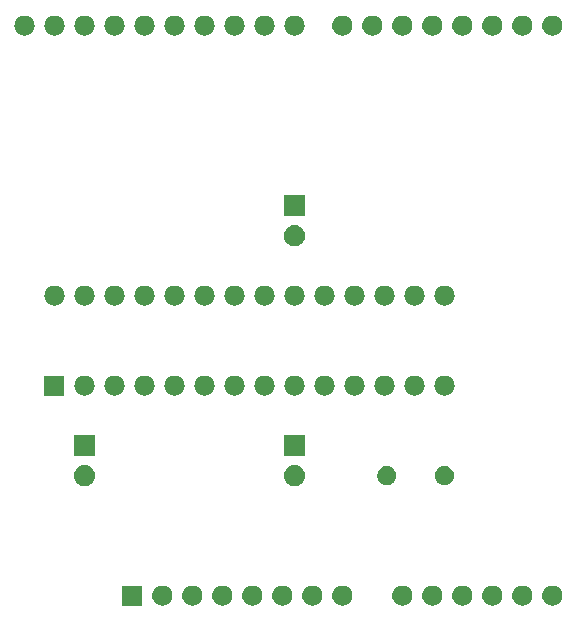
<source format=gbr>
G04 #@! TF.GenerationSoftware,KiCad,Pcbnew,(5.0.2)-1*
G04 #@! TF.CreationDate,2019-02-28T21:58:43-06:00*
G04 #@! TF.ProjectId,ATMEGABootloader_Hardware,41544d45-4741-4426-9f6f-746c6f616465,rev?*
G04 #@! TF.SameCoordinates,Original*
G04 #@! TF.FileFunction,Soldermask,Bot*
G04 #@! TF.FilePolarity,Negative*
%FSLAX46Y46*%
G04 Gerber Fmt 4.6, Leading zero omitted, Abs format (unit mm)*
G04 Created by KiCad (PCBNEW (5.0.2)-1) date 2/28/2019 9:58:43 PM*
%MOMM*%
%LPD*%
G01*
G04 APERTURE LIST*
%ADD10C,0.100000*%
G04 APERTURE END LIST*
D10*
G36*
X159851000Y-120231000D02*
X158149000Y-120231000D01*
X158149000Y-118529000D01*
X159851000Y-118529000D01*
X159851000Y-120231000D01*
X159851000Y-120231000D01*
G37*
G36*
X192186821Y-118541313D02*
X192186824Y-118541314D01*
X192186825Y-118541314D01*
X192347239Y-118589975D01*
X192347241Y-118589976D01*
X192347244Y-118589977D01*
X192495078Y-118668995D01*
X192624659Y-118775341D01*
X192731005Y-118904922D01*
X192810023Y-119052756D01*
X192858687Y-119213179D01*
X192875117Y-119380000D01*
X192858687Y-119546821D01*
X192810023Y-119707244D01*
X192731005Y-119855078D01*
X192624659Y-119984659D01*
X192495078Y-120091005D01*
X192347244Y-120170023D01*
X192347241Y-120170024D01*
X192347239Y-120170025D01*
X192186825Y-120218686D01*
X192186824Y-120218686D01*
X192186821Y-120218687D01*
X192061804Y-120231000D01*
X191978196Y-120231000D01*
X191853179Y-120218687D01*
X191853176Y-120218686D01*
X191853175Y-120218686D01*
X191692761Y-120170025D01*
X191692759Y-120170024D01*
X191692756Y-120170023D01*
X191544922Y-120091005D01*
X191415341Y-119984659D01*
X191308995Y-119855078D01*
X191229977Y-119707244D01*
X191181313Y-119546821D01*
X191164883Y-119380000D01*
X191181313Y-119213179D01*
X191229977Y-119052756D01*
X191308995Y-118904922D01*
X191415341Y-118775341D01*
X191544922Y-118668995D01*
X191692756Y-118589977D01*
X191692759Y-118589976D01*
X191692761Y-118589975D01*
X191853175Y-118541314D01*
X191853176Y-118541314D01*
X191853179Y-118541313D01*
X191978196Y-118529000D01*
X192061804Y-118529000D01*
X192186821Y-118541313D01*
X192186821Y-118541313D01*
G37*
G36*
X194726821Y-118541313D02*
X194726824Y-118541314D01*
X194726825Y-118541314D01*
X194887239Y-118589975D01*
X194887241Y-118589976D01*
X194887244Y-118589977D01*
X195035078Y-118668995D01*
X195164659Y-118775341D01*
X195271005Y-118904922D01*
X195350023Y-119052756D01*
X195398687Y-119213179D01*
X195415117Y-119380000D01*
X195398687Y-119546821D01*
X195350023Y-119707244D01*
X195271005Y-119855078D01*
X195164659Y-119984659D01*
X195035078Y-120091005D01*
X194887244Y-120170023D01*
X194887241Y-120170024D01*
X194887239Y-120170025D01*
X194726825Y-120218686D01*
X194726824Y-120218686D01*
X194726821Y-120218687D01*
X194601804Y-120231000D01*
X194518196Y-120231000D01*
X194393179Y-120218687D01*
X194393176Y-120218686D01*
X194393175Y-120218686D01*
X194232761Y-120170025D01*
X194232759Y-120170024D01*
X194232756Y-120170023D01*
X194084922Y-120091005D01*
X193955341Y-119984659D01*
X193848995Y-119855078D01*
X193769977Y-119707244D01*
X193721313Y-119546821D01*
X193704883Y-119380000D01*
X193721313Y-119213179D01*
X193769977Y-119052756D01*
X193848995Y-118904922D01*
X193955341Y-118775341D01*
X194084922Y-118668995D01*
X194232756Y-118589977D01*
X194232759Y-118589976D01*
X194232761Y-118589975D01*
X194393175Y-118541314D01*
X194393176Y-118541314D01*
X194393179Y-118541313D01*
X194518196Y-118529000D01*
X194601804Y-118529000D01*
X194726821Y-118541313D01*
X194726821Y-118541313D01*
G37*
G36*
X189646821Y-118541313D02*
X189646824Y-118541314D01*
X189646825Y-118541314D01*
X189807239Y-118589975D01*
X189807241Y-118589976D01*
X189807244Y-118589977D01*
X189955078Y-118668995D01*
X190084659Y-118775341D01*
X190191005Y-118904922D01*
X190270023Y-119052756D01*
X190318687Y-119213179D01*
X190335117Y-119380000D01*
X190318687Y-119546821D01*
X190270023Y-119707244D01*
X190191005Y-119855078D01*
X190084659Y-119984659D01*
X189955078Y-120091005D01*
X189807244Y-120170023D01*
X189807241Y-120170024D01*
X189807239Y-120170025D01*
X189646825Y-120218686D01*
X189646824Y-120218686D01*
X189646821Y-120218687D01*
X189521804Y-120231000D01*
X189438196Y-120231000D01*
X189313179Y-120218687D01*
X189313176Y-120218686D01*
X189313175Y-120218686D01*
X189152761Y-120170025D01*
X189152759Y-120170024D01*
X189152756Y-120170023D01*
X189004922Y-120091005D01*
X188875341Y-119984659D01*
X188768995Y-119855078D01*
X188689977Y-119707244D01*
X188641313Y-119546821D01*
X188624883Y-119380000D01*
X188641313Y-119213179D01*
X188689977Y-119052756D01*
X188768995Y-118904922D01*
X188875341Y-118775341D01*
X189004922Y-118668995D01*
X189152756Y-118589977D01*
X189152759Y-118589976D01*
X189152761Y-118589975D01*
X189313175Y-118541314D01*
X189313176Y-118541314D01*
X189313179Y-118541313D01*
X189438196Y-118529000D01*
X189521804Y-118529000D01*
X189646821Y-118541313D01*
X189646821Y-118541313D01*
G37*
G36*
X187106821Y-118541313D02*
X187106824Y-118541314D01*
X187106825Y-118541314D01*
X187267239Y-118589975D01*
X187267241Y-118589976D01*
X187267244Y-118589977D01*
X187415078Y-118668995D01*
X187544659Y-118775341D01*
X187651005Y-118904922D01*
X187730023Y-119052756D01*
X187778687Y-119213179D01*
X187795117Y-119380000D01*
X187778687Y-119546821D01*
X187730023Y-119707244D01*
X187651005Y-119855078D01*
X187544659Y-119984659D01*
X187415078Y-120091005D01*
X187267244Y-120170023D01*
X187267241Y-120170024D01*
X187267239Y-120170025D01*
X187106825Y-120218686D01*
X187106824Y-120218686D01*
X187106821Y-120218687D01*
X186981804Y-120231000D01*
X186898196Y-120231000D01*
X186773179Y-120218687D01*
X186773176Y-120218686D01*
X186773175Y-120218686D01*
X186612761Y-120170025D01*
X186612759Y-120170024D01*
X186612756Y-120170023D01*
X186464922Y-120091005D01*
X186335341Y-119984659D01*
X186228995Y-119855078D01*
X186149977Y-119707244D01*
X186101313Y-119546821D01*
X186084883Y-119380000D01*
X186101313Y-119213179D01*
X186149977Y-119052756D01*
X186228995Y-118904922D01*
X186335341Y-118775341D01*
X186464922Y-118668995D01*
X186612756Y-118589977D01*
X186612759Y-118589976D01*
X186612761Y-118589975D01*
X186773175Y-118541314D01*
X186773176Y-118541314D01*
X186773179Y-118541313D01*
X186898196Y-118529000D01*
X186981804Y-118529000D01*
X187106821Y-118541313D01*
X187106821Y-118541313D01*
G37*
G36*
X184566821Y-118541313D02*
X184566824Y-118541314D01*
X184566825Y-118541314D01*
X184727239Y-118589975D01*
X184727241Y-118589976D01*
X184727244Y-118589977D01*
X184875078Y-118668995D01*
X185004659Y-118775341D01*
X185111005Y-118904922D01*
X185190023Y-119052756D01*
X185238687Y-119213179D01*
X185255117Y-119380000D01*
X185238687Y-119546821D01*
X185190023Y-119707244D01*
X185111005Y-119855078D01*
X185004659Y-119984659D01*
X184875078Y-120091005D01*
X184727244Y-120170023D01*
X184727241Y-120170024D01*
X184727239Y-120170025D01*
X184566825Y-120218686D01*
X184566824Y-120218686D01*
X184566821Y-120218687D01*
X184441804Y-120231000D01*
X184358196Y-120231000D01*
X184233179Y-120218687D01*
X184233176Y-120218686D01*
X184233175Y-120218686D01*
X184072761Y-120170025D01*
X184072759Y-120170024D01*
X184072756Y-120170023D01*
X183924922Y-120091005D01*
X183795341Y-119984659D01*
X183688995Y-119855078D01*
X183609977Y-119707244D01*
X183561313Y-119546821D01*
X183544883Y-119380000D01*
X183561313Y-119213179D01*
X183609977Y-119052756D01*
X183688995Y-118904922D01*
X183795341Y-118775341D01*
X183924922Y-118668995D01*
X184072756Y-118589977D01*
X184072759Y-118589976D01*
X184072761Y-118589975D01*
X184233175Y-118541314D01*
X184233176Y-118541314D01*
X184233179Y-118541313D01*
X184358196Y-118529000D01*
X184441804Y-118529000D01*
X184566821Y-118541313D01*
X184566821Y-118541313D01*
G37*
G36*
X182026821Y-118541313D02*
X182026824Y-118541314D01*
X182026825Y-118541314D01*
X182187239Y-118589975D01*
X182187241Y-118589976D01*
X182187244Y-118589977D01*
X182335078Y-118668995D01*
X182464659Y-118775341D01*
X182571005Y-118904922D01*
X182650023Y-119052756D01*
X182698687Y-119213179D01*
X182715117Y-119380000D01*
X182698687Y-119546821D01*
X182650023Y-119707244D01*
X182571005Y-119855078D01*
X182464659Y-119984659D01*
X182335078Y-120091005D01*
X182187244Y-120170023D01*
X182187241Y-120170024D01*
X182187239Y-120170025D01*
X182026825Y-120218686D01*
X182026824Y-120218686D01*
X182026821Y-120218687D01*
X181901804Y-120231000D01*
X181818196Y-120231000D01*
X181693179Y-120218687D01*
X181693176Y-120218686D01*
X181693175Y-120218686D01*
X181532761Y-120170025D01*
X181532759Y-120170024D01*
X181532756Y-120170023D01*
X181384922Y-120091005D01*
X181255341Y-119984659D01*
X181148995Y-119855078D01*
X181069977Y-119707244D01*
X181021313Y-119546821D01*
X181004883Y-119380000D01*
X181021313Y-119213179D01*
X181069977Y-119052756D01*
X181148995Y-118904922D01*
X181255341Y-118775341D01*
X181384922Y-118668995D01*
X181532756Y-118589977D01*
X181532759Y-118589976D01*
X181532761Y-118589975D01*
X181693175Y-118541314D01*
X181693176Y-118541314D01*
X181693179Y-118541313D01*
X181818196Y-118529000D01*
X181901804Y-118529000D01*
X182026821Y-118541313D01*
X182026821Y-118541313D01*
G37*
G36*
X176946821Y-118541313D02*
X176946824Y-118541314D01*
X176946825Y-118541314D01*
X177107239Y-118589975D01*
X177107241Y-118589976D01*
X177107244Y-118589977D01*
X177255078Y-118668995D01*
X177384659Y-118775341D01*
X177491005Y-118904922D01*
X177570023Y-119052756D01*
X177618687Y-119213179D01*
X177635117Y-119380000D01*
X177618687Y-119546821D01*
X177570023Y-119707244D01*
X177491005Y-119855078D01*
X177384659Y-119984659D01*
X177255078Y-120091005D01*
X177107244Y-120170023D01*
X177107241Y-120170024D01*
X177107239Y-120170025D01*
X176946825Y-120218686D01*
X176946824Y-120218686D01*
X176946821Y-120218687D01*
X176821804Y-120231000D01*
X176738196Y-120231000D01*
X176613179Y-120218687D01*
X176613176Y-120218686D01*
X176613175Y-120218686D01*
X176452761Y-120170025D01*
X176452759Y-120170024D01*
X176452756Y-120170023D01*
X176304922Y-120091005D01*
X176175341Y-119984659D01*
X176068995Y-119855078D01*
X175989977Y-119707244D01*
X175941313Y-119546821D01*
X175924883Y-119380000D01*
X175941313Y-119213179D01*
X175989977Y-119052756D01*
X176068995Y-118904922D01*
X176175341Y-118775341D01*
X176304922Y-118668995D01*
X176452756Y-118589977D01*
X176452759Y-118589976D01*
X176452761Y-118589975D01*
X176613175Y-118541314D01*
X176613176Y-118541314D01*
X176613179Y-118541313D01*
X176738196Y-118529000D01*
X176821804Y-118529000D01*
X176946821Y-118541313D01*
X176946821Y-118541313D01*
G37*
G36*
X171866821Y-118541313D02*
X171866824Y-118541314D01*
X171866825Y-118541314D01*
X172027239Y-118589975D01*
X172027241Y-118589976D01*
X172027244Y-118589977D01*
X172175078Y-118668995D01*
X172304659Y-118775341D01*
X172411005Y-118904922D01*
X172490023Y-119052756D01*
X172538687Y-119213179D01*
X172555117Y-119380000D01*
X172538687Y-119546821D01*
X172490023Y-119707244D01*
X172411005Y-119855078D01*
X172304659Y-119984659D01*
X172175078Y-120091005D01*
X172027244Y-120170023D01*
X172027241Y-120170024D01*
X172027239Y-120170025D01*
X171866825Y-120218686D01*
X171866824Y-120218686D01*
X171866821Y-120218687D01*
X171741804Y-120231000D01*
X171658196Y-120231000D01*
X171533179Y-120218687D01*
X171533176Y-120218686D01*
X171533175Y-120218686D01*
X171372761Y-120170025D01*
X171372759Y-120170024D01*
X171372756Y-120170023D01*
X171224922Y-120091005D01*
X171095341Y-119984659D01*
X170988995Y-119855078D01*
X170909977Y-119707244D01*
X170861313Y-119546821D01*
X170844883Y-119380000D01*
X170861313Y-119213179D01*
X170909977Y-119052756D01*
X170988995Y-118904922D01*
X171095341Y-118775341D01*
X171224922Y-118668995D01*
X171372756Y-118589977D01*
X171372759Y-118589976D01*
X171372761Y-118589975D01*
X171533175Y-118541314D01*
X171533176Y-118541314D01*
X171533179Y-118541313D01*
X171658196Y-118529000D01*
X171741804Y-118529000D01*
X171866821Y-118541313D01*
X171866821Y-118541313D01*
G37*
G36*
X169326821Y-118541313D02*
X169326824Y-118541314D01*
X169326825Y-118541314D01*
X169487239Y-118589975D01*
X169487241Y-118589976D01*
X169487244Y-118589977D01*
X169635078Y-118668995D01*
X169764659Y-118775341D01*
X169871005Y-118904922D01*
X169950023Y-119052756D01*
X169998687Y-119213179D01*
X170015117Y-119380000D01*
X169998687Y-119546821D01*
X169950023Y-119707244D01*
X169871005Y-119855078D01*
X169764659Y-119984659D01*
X169635078Y-120091005D01*
X169487244Y-120170023D01*
X169487241Y-120170024D01*
X169487239Y-120170025D01*
X169326825Y-120218686D01*
X169326824Y-120218686D01*
X169326821Y-120218687D01*
X169201804Y-120231000D01*
X169118196Y-120231000D01*
X168993179Y-120218687D01*
X168993176Y-120218686D01*
X168993175Y-120218686D01*
X168832761Y-120170025D01*
X168832759Y-120170024D01*
X168832756Y-120170023D01*
X168684922Y-120091005D01*
X168555341Y-119984659D01*
X168448995Y-119855078D01*
X168369977Y-119707244D01*
X168321313Y-119546821D01*
X168304883Y-119380000D01*
X168321313Y-119213179D01*
X168369977Y-119052756D01*
X168448995Y-118904922D01*
X168555341Y-118775341D01*
X168684922Y-118668995D01*
X168832756Y-118589977D01*
X168832759Y-118589976D01*
X168832761Y-118589975D01*
X168993175Y-118541314D01*
X168993176Y-118541314D01*
X168993179Y-118541313D01*
X169118196Y-118529000D01*
X169201804Y-118529000D01*
X169326821Y-118541313D01*
X169326821Y-118541313D01*
G37*
G36*
X166786821Y-118541313D02*
X166786824Y-118541314D01*
X166786825Y-118541314D01*
X166947239Y-118589975D01*
X166947241Y-118589976D01*
X166947244Y-118589977D01*
X167095078Y-118668995D01*
X167224659Y-118775341D01*
X167331005Y-118904922D01*
X167410023Y-119052756D01*
X167458687Y-119213179D01*
X167475117Y-119380000D01*
X167458687Y-119546821D01*
X167410023Y-119707244D01*
X167331005Y-119855078D01*
X167224659Y-119984659D01*
X167095078Y-120091005D01*
X166947244Y-120170023D01*
X166947241Y-120170024D01*
X166947239Y-120170025D01*
X166786825Y-120218686D01*
X166786824Y-120218686D01*
X166786821Y-120218687D01*
X166661804Y-120231000D01*
X166578196Y-120231000D01*
X166453179Y-120218687D01*
X166453176Y-120218686D01*
X166453175Y-120218686D01*
X166292761Y-120170025D01*
X166292759Y-120170024D01*
X166292756Y-120170023D01*
X166144922Y-120091005D01*
X166015341Y-119984659D01*
X165908995Y-119855078D01*
X165829977Y-119707244D01*
X165781313Y-119546821D01*
X165764883Y-119380000D01*
X165781313Y-119213179D01*
X165829977Y-119052756D01*
X165908995Y-118904922D01*
X166015341Y-118775341D01*
X166144922Y-118668995D01*
X166292756Y-118589977D01*
X166292759Y-118589976D01*
X166292761Y-118589975D01*
X166453175Y-118541314D01*
X166453176Y-118541314D01*
X166453179Y-118541313D01*
X166578196Y-118529000D01*
X166661804Y-118529000D01*
X166786821Y-118541313D01*
X166786821Y-118541313D01*
G37*
G36*
X164246821Y-118541313D02*
X164246824Y-118541314D01*
X164246825Y-118541314D01*
X164407239Y-118589975D01*
X164407241Y-118589976D01*
X164407244Y-118589977D01*
X164555078Y-118668995D01*
X164684659Y-118775341D01*
X164791005Y-118904922D01*
X164870023Y-119052756D01*
X164918687Y-119213179D01*
X164935117Y-119380000D01*
X164918687Y-119546821D01*
X164870023Y-119707244D01*
X164791005Y-119855078D01*
X164684659Y-119984659D01*
X164555078Y-120091005D01*
X164407244Y-120170023D01*
X164407241Y-120170024D01*
X164407239Y-120170025D01*
X164246825Y-120218686D01*
X164246824Y-120218686D01*
X164246821Y-120218687D01*
X164121804Y-120231000D01*
X164038196Y-120231000D01*
X163913179Y-120218687D01*
X163913176Y-120218686D01*
X163913175Y-120218686D01*
X163752761Y-120170025D01*
X163752759Y-120170024D01*
X163752756Y-120170023D01*
X163604922Y-120091005D01*
X163475341Y-119984659D01*
X163368995Y-119855078D01*
X163289977Y-119707244D01*
X163241313Y-119546821D01*
X163224883Y-119380000D01*
X163241313Y-119213179D01*
X163289977Y-119052756D01*
X163368995Y-118904922D01*
X163475341Y-118775341D01*
X163604922Y-118668995D01*
X163752756Y-118589977D01*
X163752759Y-118589976D01*
X163752761Y-118589975D01*
X163913175Y-118541314D01*
X163913176Y-118541314D01*
X163913179Y-118541313D01*
X164038196Y-118529000D01*
X164121804Y-118529000D01*
X164246821Y-118541313D01*
X164246821Y-118541313D01*
G37*
G36*
X161706821Y-118541313D02*
X161706824Y-118541314D01*
X161706825Y-118541314D01*
X161867239Y-118589975D01*
X161867241Y-118589976D01*
X161867244Y-118589977D01*
X162015078Y-118668995D01*
X162144659Y-118775341D01*
X162251005Y-118904922D01*
X162330023Y-119052756D01*
X162378687Y-119213179D01*
X162395117Y-119380000D01*
X162378687Y-119546821D01*
X162330023Y-119707244D01*
X162251005Y-119855078D01*
X162144659Y-119984659D01*
X162015078Y-120091005D01*
X161867244Y-120170023D01*
X161867241Y-120170024D01*
X161867239Y-120170025D01*
X161706825Y-120218686D01*
X161706824Y-120218686D01*
X161706821Y-120218687D01*
X161581804Y-120231000D01*
X161498196Y-120231000D01*
X161373179Y-120218687D01*
X161373176Y-120218686D01*
X161373175Y-120218686D01*
X161212761Y-120170025D01*
X161212759Y-120170024D01*
X161212756Y-120170023D01*
X161064922Y-120091005D01*
X160935341Y-119984659D01*
X160828995Y-119855078D01*
X160749977Y-119707244D01*
X160701313Y-119546821D01*
X160684883Y-119380000D01*
X160701313Y-119213179D01*
X160749977Y-119052756D01*
X160828995Y-118904922D01*
X160935341Y-118775341D01*
X161064922Y-118668995D01*
X161212756Y-118589977D01*
X161212759Y-118589976D01*
X161212761Y-118589975D01*
X161373175Y-118541314D01*
X161373176Y-118541314D01*
X161373179Y-118541313D01*
X161498196Y-118529000D01*
X161581804Y-118529000D01*
X161706821Y-118541313D01*
X161706821Y-118541313D01*
G37*
G36*
X174406821Y-118541313D02*
X174406824Y-118541314D01*
X174406825Y-118541314D01*
X174567239Y-118589975D01*
X174567241Y-118589976D01*
X174567244Y-118589977D01*
X174715078Y-118668995D01*
X174844659Y-118775341D01*
X174951005Y-118904922D01*
X175030023Y-119052756D01*
X175078687Y-119213179D01*
X175095117Y-119380000D01*
X175078687Y-119546821D01*
X175030023Y-119707244D01*
X174951005Y-119855078D01*
X174844659Y-119984659D01*
X174715078Y-120091005D01*
X174567244Y-120170023D01*
X174567241Y-120170024D01*
X174567239Y-120170025D01*
X174406825Y-120218686D01*
X174406824Y-120218686D01*
X174406821Y-120218687D01*
X174281804Y-120231000D01*
X174198196Y-120231000D01*
X174073179Y-120218687D01*
X174073176Y-120218686D01*
X174073175Y-120218686D01*
X173912761Y-120170025D01*
X173912759Y-120170024D01*
X173912756Y-120170023D01*
X173764922Y-120091005D01*
X173635341Y-119984659D01*
X173528995Y-119855078D01*
X173449977Y-119707244D01*
X173401313Y-119546821D01*
X173384883Y-119380000D01*
X173401313Y-119213179D01*
X173449977Y-119052756D01*
X173528995Y-118904922D01*
X173635341Y-118775341D01*
X173764922Y-118668995D01*
X173912756Y-118589977D01*
X173912759Y-118589976D01*
X173912761Y-118589975D01*
X174073175Y-118541314D01*
X174073176Y-118541314D01*
X174073179Y-118541313D01*
X174198196Y-118529000D01*
X174281804Y-118529000D01*
X174406821Y-118541313D01*
X174406821Y-118541313D01*
G37*
G36*
X172830443Y-108325519D02*
X172896627Y-108332037D01*
X173009853Y-108366384D01*
X173066467Y-108383557D01*
X173190363Y-108449782D01*
X173222991Y-108467222D01*
X173258729Y-108496552D01*
X173360186Y-108579814D01*
X173443448Y-108681271D01*
X173472778Y-108717009D01*
X173472779Y-108717011D01*
X173556443Y-108873533D01*
X173556443Y-108873534D01*
X173607963Y-109043373D01*
X173625359Y-109220000D01*
X173607963Y-109396627D01*
X173590667Y-109453643D01*
X173556443Y-109566467D01*
X173538831Y-109599416D01*
X173472778Y-109722991D01*
X173466524Y-109730611D01*
X173360186Y-109860186D01*
X173258729Y-109943448D01*
X173222991Y-109972778D01*
X173222989Y-109972779D01*
X173066467Y-110056443D01*
X173009853Y-110073616D01*
X172896627Y-110107963D01*
X172830443Y-110114481D01*
X172764260Y-110121000D01*
X172675740Y-110121000D01*
X172609557Y-110114481D01*
X172543373Y-110107963D01*
X172430147Y-110073616D01*
X172373533Y-110056443D01*
X172217011Y-109972779D01*
X172217009Y-109972778D01*
X172181271Y-109943448D01*
X172079814Y-109860186D01*
X171973476Y-109730611D01*
X171967222Y-109722991D01*
X171901169Y-109599416D01*
X171883557Y-109566467D01*
X171849333Y-109453643D01*
X171832037Y-109396627D01*
X171814641Y-109220000D01*
X171832037Y-109043373D01*
X171883557Y-108873534D01*
X171883557Y-108873533D01*
X171967221Y-108717011D01*
X171967222Y-108717009D01*
X171996552Y-108681271D01*
X172079814Y-108579814D01*
X172181271Y-108496552D01*
X172217009Y-108467222D01*
X172249637Y-108449782D01*
X172373533Y-108383557D01*
X172430147Y-108366384D01*
X172543373Y-108332037D01*
X172609557Y-108325519D01*
X172675740Y-108319000D01*
X172764260Y-108319000D01*
X172830443Y-108325519D01*
X172830443Y-108325519D01*
G37*
G36*
X155050443Y-108325519D02*
X155116627Y-108332037D01*
X155229853Y-108366384D01*
X155286467Y-108383557D01*
X155410363Y-108449782D01*
X155442991Y-108467222D01*
X155478729Y-108496552D01*
X155580186Y-108579814D01*
X155663448Y-108681271D01*
X155692778Y-108717009D01*
X155692779Y-108717011D01*
X155776443Y-108873533D01*
X155776443Y-108873534D01*
X155827963Y-109043373D01*
X155845359Y-109220000D01*
X155827963Y-109396627D01*
X155810667Y-109453643D01*
X155776443Y-109566467D01*
X155758831Y-109599416D01*
X155692778Y-109722991D01*
X155686524Y-109730611D01*
X155580186Y-109860186D01*
X155478729Y-109943448D01*
X155442991Y-109972778D01*
X155442989Y-109972779D01*
X155286467Y-110056443D01*
X155229853Y-110073616D01*
X155116627Y-110107963D01*
X155050443Y-110114481D01*
X154984260Y-110121000D01*
X154895740Y-110121000D01*
X154829557Y-110114481D01*
X154763373Y-110107963D01*
X154650147Y-110073616D01*
X154593533Y-110056443D01*
X154437011Y-109972779D01*
X154437009Y-109972778D01*
X154401271Y-109943448D01*
X154299814Y-109860186D01*
X154193476Y-109730611D01*
X154187222Y-109722991D01*
X154121169Y-109599416D01*
X154103557Y-109566467D01*
X154069333Y-109453643D01*
X154052037Y-109396627D01*
X154034641Y-109220000D01*
X154052037Y-109043373D01*
X154103557Y-108873534D01*
X154103557Y-108873533D01*
X154187221Y-108717011D01*
X154187222Y-108717009D01*
X154216552Y-108681271D01*
X154299814Y-108579814D01*
X154401271Y-108496552D01*
X154437009Y-108467222D01*
X154469637Y-108449782D01*
X154593533Y-108383557D01*
X154650147Y-108366384D01*
X154763373Y-108332037D01*
X154829557Y-108325519D01*
X154895740Y-108319000D01*
X154984260Y-108319000D01*
X155050443Y-108325519D01*
X155050443Y-108325519D01*
G37*
G36*
X180773643Y-108449781D02*
X180919415Y-108510162D01*
X181050611Y-108597824D01*
X181162176Y-108709389D01*
X181249838Y-108840585D01*
X181310219Y-108986357D01*
X181341000Y-109141107D01*
X181341000Y-109298893D01*
X181310219Y-109453643D01*
X181249838Y-109599415D01*
X181162176Y-109730611D01*
X181050611Y-109842176D01*
X180919415Y-109929838D01*
X180773643Y-109990219D01*
X180618893Y-110021000D01*
X180461107Y-110021000D01*
X180306357Y-109990219D01*
X180160585Y-109929838D01*
X180029389Y-109842176D01*
X179917824Y-109730611D01*
X179830162Y-109599415D01*
X179769781Y-109453643D01*
X179739000Y-109298893D01*
X179739000Y-109141107D01*
X179769781Y-108986357D01*
X179830162Y-108840585D01*
X179917824Y-108709389D01*
X180029389Y-108597824D01*
X180160585Y-108510162D01*
X180306357Y-108449781D01*
X180461107Y-108419000D01*
X180618893Y-108419000D01*
X180773643Y-108449781D01*
X180773643Y-108449781D01*
G37*
G36*
X185653643Y-108449781D02*
X185799415Y-108510162D01*
X185930611Y-108597824D01*
X186042176Y-108709389D01*
X186129838Y-108840585D01*
X186190219Y-108986357D01*
X186221000Y-109141107D01*
X186221000Y-109298893D01*
X186190219Y-109453643D01*
X186129838Y-109599415D01*
X186042176Y-109730611D01*
X185930611Y-109842176D01*
X185799415Y-109929838D01*
X185653643Y-109990219D01*
X185498893Y-110021000D01*
X185341107Y-110021000D01*
X185186357Y-109990219D01*
X185040585Y-109929838D01*
X184909389Y-109842176D01*
X184797824Y-109730611D01*
X184710162Y-109599415D01*
X184649781Y-109453643D01*
X184619000Y-109298893D01*
X184619000Y-109141107D01*
X184649781Y-108986357D01*
X184710162Y-108840585D01*
X184797824Y-108709389D01*
X184909389Y-108597824D01*
X185040585Y-108510162D01*
X185186357Y-108449781D01*
X185341107Y-108419000D01*
X185498893Y-108419000D01*
X185653643Y-108449781D01*
X185653643Y-108449781D01*
G37*
G36*
X173621000Y-107581000D02*
X171819000Y-107581000D01*
X171819000Y-105779000D01*
X173621000Y-105779000D01*
X173621000Y-107581000D01*
X173621000Y-107581000D01*
G37*
G36*
X155841000Y-107581000D02*
X154039000Y-107581000D01*
X154039000Y-105779000D01*
X155841000Y-105779000D01*
X155841000Y-107581000D01*
X155841000Y-107581000D01*
G37*
G36*
X160186821Y-100761313D02*
X160186824Y-100761314D01*
X160186825Y-100761314D01*
X160347239Y-100809975D01*
X160347241Y-100809976D01*
X160347244Y-100809977D01*
X160495078Y-100888995D01*
X160624659Y-100995341D01*
X160731005Y-101124922D01*
X160810023Y-101272756D01*
X160858687Y-101433179D01*
X160875117Y-101600000D01*
X160858687Y-101766821D01*
X160810023Y-101927244D01*
X160731005Y-102075078D01*
X160624659Y-102204659D01*
X160495078Y-102311005D01*
X160347244Y-102390023D01*
X160347241Y-102390024D01*
X160347239Y-102390025D01*
X160186825Y-102438686D01*
X160186824Y-102438686D01*
X160186821Y-102438687D01*
X160061804Y-102451000D01*
X159978196Y-102451000D01*
X159853179Y-102438687D01*
X159853176Y-102438686D01*
X159853175Y-102438686D01*
X159692761Y-102390025D01*
X159692759Y-102390024D01*
X159692756Y-102390023D01*
X159544922Y-102311005D01*
X159415341Y-102204659D01*
X159308995Y-102075078D01*
X159229977Y-101927244D01*
X159181313Y-101766821D01*
X159164883Y-101600000D01*
X159181313Y-101433179D01*
X159229977Y-101272756D01*
X159308995Y-101124922D01*
X159415341Y-100995341D01*
X159544922Y-100888995D01*
X159692756Y-100809977D01*
X159692759Y-100809976D01*
X159692761Y-100809975D01*
X159853175Y-100761314D01*
X159853176Y-100761314D01*
X159853179Y-100761313D01*
X159978196Y-100749000D01*
X160061804Y-100749000D01*
X160186821Y-100761313D01*
X160186821Y-100761313D01*
G37*
G36*
X170346821Y-100761313D02*
X170346824Y-100761314D01*
X170346825Y-100761314D01*
X170507239Y-100809975D01*
X170507241Y-100809976D01*
X170507244Y-100809977D01*
X170655078Y-100888995D01*
X170784659Y-100995341D01*
X170891005Y-101124922D01*
X170970023Y-101272756D01*
X171018687Y-101433179D01*
X171035117Y-101600000D01*
X171018687Y-101766821D01*
X170970023Y-101927244D01*
X170891005Y-102075078D01*
X170784659Y-102204659D01*
X170655078Y-102311005D01*
X170507244Y-102390023D01*
X170507241Y-102390024D01*
X170507239Y-102390025D01*
X170346825Y-102438686D01*
X170346824Y-102438686D01*
X170346821Y-102438687D01*
X170221804Y-102451000D01*
X170138196Y-102451000D01*
X170013179Y-102438687D01*
X170013176Y-102438686D01*
X170013175Y-102438686D01*
X169852761Y-102390025D01*
X169852759Y-102390024D01*
X169852756Y-102390023D01*
X169704922Y-102311005D01*
X169575341Y-102204659D01*
X169468995Y-102075078D01*
X169389977Y-101927244D01*
X169341313Y-101766821D01*
X169324883Y-101600000D01*
X169341313Y-101433179D01*
X169389977Y-101272756D01*
X169468995Y-101124922D01*
X169575341Y-100995341D01*
X169704922Y-100888995D01*
X169852756Y-100809977D01*
X169852759Y-100809976D01*
X169852761Y-100809975D01*
X170013175Y-100761314D01*
X170013176Y-100761314D01*
X170013179Y-100761313D01*
X170138196Y-100749000D01*
X170221804Y-100749000D01*
X170346821Y-100761313D01*
X170346821Y-100761313D01*
G37*
G36*
X165266821Y-100761313D02*
X165266824Y-100761314D01*
X165266825Y-100761314D01*
X165427239Y-100809975D01*
X165427241Y-100809976D01*
X165427244Y-100809977D01*
X165575078Y-100888995D01*
X165704659Y-100995341D01*
X165811005Y-101124922D01*
X165890023Y-101272756D01*
X165938687Y-101433179D01*
X165955117Y-101600000D01*
X165938687Y-101766821D01*
X165890023Y-101927244D01*
X165811005Y-102075078D01*
X165704659Y-102204659D01*
X165575078Y-102311005D01*
X165427244Y-102390023D01*
X165427241Y-102390024D01*
X165427239Y-102390025D01*
X165266825Y-102438686D01*
X165266824Y-102438686D01*
X165266821Y-102438687D01*
X165141804Y-102451000D01*
X165058196Y-102451000D01*
X164933179Y-102438687D01*
X164933176Y-102438686D01*
X164933175Y-102438686D01*
X164772761Y-102390025D01*
X164772759Y-102390024D01*
X164772756Y-102390023D01*
X164624922Y-102311005D01*
X164495341Y-102204659D01*
X164388995Y-102075078D01*
X164309977Y-101927244D01*
X164261313Y-101766821D01*
X164244883Y-101600000D01*
X164261313Y-101433179D01*
X164309977Y-101272756D01*
X164388995Y-101124922D01*
X164495341Y-100995341D01*
X164624922Y-100888995D01*
X164772756Y-100809977D01*
X164772759Y-100809976D01*
X164772761Y-100809975D01*
X164933175Y-100761314D01*
X164933176Y-100761314D01*
X164933179Y-100761313D01*
X165058196Y-100749000D01*
X165141804Y-100749000D01*
X165266821Y-100761313D01*
X165266821Y-100761313D01*
G37*
G36*
X172886821Y-100761313D02*
X172886824Y-100761314D01*
X172886825Y-100761314D01*
X173047239Y-100809975D01*
X173047241Y-100809976D01*
X173047244Y-100809977D01*
X173195078Y-100888995D01*
X173324659Y-100995341D01*
X173431005Y-101124922D01*
X173510023Y-101272756D01*
X173558687Y-101433179D01*
X173575117Y-101600000D01*
X173558687Y-101766821D01*
X173510023Y-101927244D01*
X173431005Y-102075078D01*
X173324659Y-102204659D01*
X173195078Y-102311005D01*
X173047244Y-102390023D01*
X173047241Y-102390024D01*
X173047239Y-102390025D01*
X172886825Y-102438686D01*
X172886824Y-102438686D01*
X172886821Y-102438687D01*
X172761804Y-102451000D01*
X172678196Y-102451000D01*
X172553179Y-102438687D01*
X172553176Y-102438686D01*
X172553175Y-102438686D01*
X172392761Y-102390025D01*
X172392759Y-102390024D01*
X172392756Y-102390023D01*
X172244922Y-102311005D01*
X172115341Y-102204659D01*
X172008995Y-102075078D01*
X171929977Y-101927244D01*
X171881313Y-101766821D01*
X171864883Y-101600000D01*
X171881313Y-101433179D01*
X171929977Y-101272756D01*
X172008995Y-101124922D01*
X172115341Y-100995341D01*
X172244922Y-100888995D01*
X172392756Y-100809977D01*
X172392759Y-100809976D01*
X172392761Y-100809975D01*
X172553175Y-100761314D01*
X172553176Y-100761314D01*
X172553179Y-100761313D01*
X172678196Y-100749000D01*
X172761804Y-100749000D01*
X172886821Y-100761313D01*
X172886821Y-100761313D01*
G37*
G36*
X162726821Y-100761313D02*
X162726824Y-100761314D01*
X162726825Y-100761314D01*
X162887239Y-100809975D01*
X162887241Y-100809976D01*
X162887244Y-100809977D01*
X163035078Y-100888995D01*
X163164659Y-100995341D01*
X163271005Y-101124922D01*
X163350023Y-101272756D01*
X163398687Y-101433179D01*
X163415117Y-101600000D01*
X163398687Y-101766821D01*
X163350023Y-101927244D01*
X163271005Y-102075078D01*
X163164659Y-102204659D01*
X163035078Y-102311005D01*
X162887244Y-102390023D01*
X162887241Y-102390024D01*
X162887239Y-102390025D01*
X162726825Y-102438686D01*
X162726824Y-102438686D01*
X162726821Y-102438687D01*
X162601804Y-102451000D01*
X162518196Y-102451000D01*
X162393179Y-102438687D01*
X162393176Y-102438686D01*
X162393175Y-102438686D01*
X162232761Y-102390025D01*
X162232759Y-102390024D01*
X162232756Y-102390023D01*
X162084922Y-102311005D01*
X161955341Y-102204659D01*
X161848995Y-102075078D01*
X161769977Y-101927244D01*
X161721313Y-101766821D01*
X161704883Y-101600000D01*
X161721313Y-101433179D01*
X161769977Y-101272756D01*
X161848995Y-101124922D01*
X161955341Y-100995341D01*
X162084922Y-100888995D01*
X162232756Y-100809977D01*
X162232759Y-100809976D01*
X162232761Y-100809975D01*
X162393175Y-100761314D01*
X162393176Y-100761314D01*
X162393179Y-100761313D01*
X162518196Y-100749000D01*
X162601804Y-100749000D01*
X162726821Y-100761313D01*
X162726821Y-100761313D01*
G37*
G36*
X175426821Y-100761313D02*
X175426824Y-100761314D01*
X175426825Y-100761314D01*
X175587239Y-100809975D01*
X175587241Y-100809976D01*
X175587244Y-100809977D01*
X175735078Y-100888995D01*
X175864659Y-100995341D01*
X175971005Y-101124922D01*
X176050023Y-101272756D01*
X176098687Y-101433179D01*
X176115117Y-101600000D01*
X176098687Y-101766821D01*
X176050023Y-101927244D01*
X175971005Y-102075078D01*
X175864659Y-102204659D01*
X175735078Y-102311005D01*
X175587244Y-102390023D01*
X175587241Y-102390024D01*
X175587239Y-102390025D01*
X175426825Y-102438686D01*
X175426824Y-102438686D01*
X175426821Y-102438687D01*
X175301804Y-102451000D01*
X175218196Y-102451000D01*
X175093179Y-102438687D01*
X175093176Y-102438686D01*
X175093175Y-102438686D01*
X174932761Y-102390025D01*
X174932759Y-102390024D01*
X174932756Y-102390023D01*
X174784922Y-102311005D01*
X174655341Y-102204659D01*
X174548995Y-102075078D01*
X174469977Y-101927244D01*
X174421313Y-101766821D01*
X174404883Y-101600000D01*
X174421313Y-101433179D01*
X174469977Y-101272756D01*
X174548995Y-101124922D01*
X174655341Y-100995341D01*
X174784922Y-100888995D01*
X174932756Y-100809977D01*
X174932759Y-100809976D01*
X174932761Y-100809975D01*
X175093175Y-100761314D01*
X175093176Y-100761314D01*
X175093179Y-100761313D01*
X175218196Y-100749000D01*
X175301804Y-100749000D01*
X175426821Y-100761313D01*
X175426821Y-100761313D01*
G37*
G36*
X177966821Y-100761313D02*
X177966824Y-100761314D01*
X177966825Y-100761314D01*
X178127239Y-100809975D01*
X178127241Y-100809976D01*
X178127244Y-100809977D01*
X178275078Y-100888995D01*
X178404659Y-100995341D01*
X178511005Y-101124922D01*
X178590023Y-101272756D01*
X178638687Y-101433179D01*
X178655117Y-101600000D01*
X178638687Y-101766821D01*
X178590023Y-101927244D01*
X178511005Y-102075078D01*
X178404659Y-102204659D01*
X178275078Y-102311005D01*
X178127244Y-102390023D01*
X178127241Y-102390024D01*
X178127239Y-102390025D01*
X177966825Y-102438686D01*
X177966824Y-102438686D01*
X177966821Y-102438687D01*
X177841804Y-102451000D01*
X177758196Y-102451000D01*
X177633179Y-102438687D01*
X177633176Y-102438686D01*
X177633175Y-102438686D01*
X177472761Y-102390025D01*
X177472759Y-102390024D01*
X177472756Y-102390023D01*
X177324922Y-102311005D01*
X177195341Y-102204659D01*
X177088995Y-102075078D01*
X177009977Y-101927244D01*
X176961313Y-101766821D01*
X176944883Y-101600000D01*
X176961313Y-101433179D01*
X177009977Y-101272756D01*
X177088995Y-101124922D01*
X177195341Y-100995341D01*
X177324922Y-100888995D01*
X177472756Y-100809977D01*
X177472759Y-100809976D01*
X177472761Y-100809975D01*
X177633175Y-100761314D01*
X177633176Y-100761314D01*
X177633179Y-100761313D01*
X177758196Y-100749000D01*
X177841804Y-100749000D01*
X177966821Y-100761313D01*
X177966821Y-100761313D01*
G37*
G36*
X180506821Y-100761313D02*
X180506824Y-100761314D01*
X180506825Y-100761314D01*
X180667239Y-100809975D01*
X180667241Y-100809976D01*
X180667244Y-100809977D01*
X180815078Y-100888995D01*
X180944659Y-100995341D01*
X181051005Y-101124922D01*
X181130023Y-101272756D01*
X181178687Y-101433179D01*
X181195117Y-101600000D01*
X181178687Y-101766821D01*
X181130023Y-101927244D01*
X181051005Y-102075078D01*
X180944659Y-102204659D01*
X180815078Y-102311005D01*
X180667244Y-102390023D01*
X180667241Y-102390024D01*
X180667239Y-102390025D01*
X180506825Y-102438686D01*
X180506824Y-102438686D01*
X180506821Y-102438687D01*
X180381804Y-102451000D01*
X180298196Y-102451000D01*
X180173179Y-102438687D01*
X180173176Y-102438686D01*
X180173175Y-102438686D01*
X180012761Y-102390025D01*
X180012759Y-102390024D01*
X180012756Y-102390023D01*
X179864922Y-102311005D01*
X179735341Y-102204659D01*
X179628995Y-102075078D01*
X179549977Y-101927244D01*
X179501313Y-101766821D01*
X179484883Y-101600000D01*
X179501313Y-101433179D01*
X179549977Y-101272756D01*
X179628995Y-101124922D01*
X179735341Y-100995341D01*
X179864922Y-100888995D01*
X180012756Y-100809977D01*
X180012759Y-100809976D01*
X180012761Y-100809975D01*
X180173175Y-100761314D01*
X180173176Y-100761314D01*
X180173179Y-100761313D01*
X180298196Y-100749000D01*
X180381804Y-100749000D01*
X180506821Y-100761313D01*
X180506821Y-100761313D01*
G37*
G36*
X183046821Y-100761313D02*
X183046824Y-100761314D01*
X183046825Y-100761314D01*
X183207239Y-100809975D01*
X183207241Y-100809976D01*
X183207244Y-100809977D01*
X183355078Y-100888995D01*
X183484659Y-100995341D01*
X183591005Y-101124922D01*
X183670023Y-101272756D01*
X183718687Y-101433179D01*
X183735117Y-101600000D01*
X183718687Y-101766821D01*
X183670023Y-101927244D01*
X183591005Y-102075078D01*
X183484659Y-102204659D01*
X183355078Y-102311005D01*
X183207244Y-102390023D01*
X183207241Y-102390024D01*
X183207239Y-102390025D01*
X183046825Y-102438686D01*
X183046824Y-102438686D01*
X183046821Y-102438687D01*
X182921804Y-102451000D01*
X182838196Y-102451000D01*
X182713179Y-102438687D01*
X182713176Y-102438686D01*
X182713175Y-102438686D01*
X182552761Y-102390025D01*
X182552759Y-102390024D01*
X182552756Y-102390023D01*
X182404922Y-102311005D01*
X182275341Y-102204659D01*
X182168995Y-102075078D01*
X182089977Y-101927244D01*
X182041313Y-101766821D01*
X182024883Y-101600000D01*
X182041313Y-101433179D01*
X182089977Y-101272756D01*
X182168995Y-101124922D01*
X182275341Y-100995341D01*
X182404922Y-100888995D01*
X182552756Y-100809977D01*
X182552759Y-100809976D01*
X182552761Y-100809975D01*
X182713175Y-100761314D01*
X182713176Y-100761314D01*
X182713179Y-100761313D01*
X182838196Y-100749000D01*
X182921804Y-100749000D01*
X183046821Y-100761313D01*
X183046821Y-100761313D01*
G37*
G36*
X185586821Y-100761313D02*
X185586824Y-100761314D01*
X185586825Y-100761314D01*
X185747239Y-100809975D01*
X185747241Y-100809976D01*
X185747244Y-100809977D01*
X185895078Y-100888995D01*
X186024659Y-100995341D01*
X186131005Y-101124922D01*
X186210023Y-101272756D01*
X186258687Y-101433179D01*
X186275117Y-101600000D01*
X186258687Y-101766821D01*
X186210023Y-101927244D01*
X186131005Y-102075078D01*
X186024659Y-102204659D01*
X185895078Y-102311005D01*
X185747244Y-102390023D01*
X185747241Y-102390024D01*
X185747239Y-102390025D01*
X185586825Y-102438686D01*
X185586824Y-102438686D01*
X185586821Y-102438687D01*
X185461804Y-102451000D01*
X185378196Y-102451000D01*
X185253179Y-102438687D01*
X185253176Y-102438686D01*
X185253175Y-102438686D01*
X185092761Y-102390025D01*
X185092759Y-102390024D01*
X185092756Y-102390023D01*
X184944922Y-102311005D01*
X184815341Y-102204659D01*
X184708995Y-102075078D01*
X184629977Y-101927244D01*
X184581313Y-101766821D01*
X184564883Y-101600000D01*
X184581313Y-101433179D01*
X184629977Y-101272756D01*
X184708995Y-101124922D01*
X184815341Y-100995341D01*
X184944922Y-100888995D01*
X185092756Y-100809977D01*
X185092759Y-100809976D01*
X185092761Y-100809975D01*
X185253175Y-100761314D01*
X185253176Y-100761314D01*
X185253179Y-100761313D01*
X185378196Y-100749000D01*
X185461804Y-100749000D01*
X185586821Y-100761313D01*
X185586821Y-100761313D01*
G37*
G36*
X153251000Y-102451000D02*
X151549000Y-102451000D01*
X151549000Y-100749000D01*
X153251000Y-100749000D01*
X153251000Y-102451000D01*
X153251000Y-102451000D01*
G37*
G36*
X155106821Y-100761313D02*
X155106824Y-100761314D01*
X155106825Y-100761314D01*
X155267239Y-100809975D01*
X155267241Y-100809976D01*
X155267244Y-100809977D01*
X155415078Y-100888995D01*
X155544659Y-100995341D01*
X155651005Y-101124922D01*
X155730023Y-101272756D01*
X155778687Y-101433179D01*
X155795117Y-101600000D01*
X155778687Y-101766821D01*
X155730023Y-101927244D01*
X155651005Y-102075078D01*
X155544659Y-102204659D01*
X155415078Y-102311005D01*
X155267244Y-102390023D01*
X155267241Y-102390024D01*
X155267239Y-102390025D01*
X155106825Y-102438686D01*
X155106824Y-102438686D01*
X155106821Y-102438687D01*
X154981804Y-102451000D01*
X154898196Y-102451000D01*
X154773179Y-102438687D01*
X154773176Y-102438686D01*
X154773175Y-102438686D01*
X154612761Y-102390025D01*
X154612759Y-102390024D01*
X154612756Y-102390023D01*
X154464922Y-102311005D01*
X154335341Y-102204659D01*
X154228995Y-102075078D01*
X154149977Y-101927244D01*
X154101313Y-101766821D01*
X154084883Y-101600000D01*
X154101313Y-101433179D01*
X154149977Y-101272756D01*
X154228995Y-101124922D01*
X154335341Y-100995341D01*
X154464922Y-100888995D01*
X154612756Y-100809977D01*
X154612759Y-100809976D01*
X154612761Y-100809975D01*
X154773175Y-100761314D01*
X154773176Y-100761314D01*
X154773179Y-100761313D01*
X154898196Y-100749000D01*
X154981804Y-100749000D01*
X155106821Y-100761313D01*
X155106821Y-100761313D01*
G37*
G36*
X157646821Y-100761313D02*
X157646824Y-100761314D01*
X157646825Y-100761314D01*
X157807239Y-100809975D01*
X157807241Y-100809976D01*
X157807244Y-100809977D01*
X157955078Y-100888995D01*
X158084659Y-100995341D01*
X158191005Y-101124922D01*
X158270023Y-101272756D01*
X158318687Y-101433179D01*
X158335117Y-101600000D01*
X158318687Y-101766821D01*
X158270023Y-101927244D01*
X158191005Y-102075078D01*
X158084659Y-102204659D01*
X157955078Y-102311005D01*
X157807244Y-102390023D01*
X157807241Y-102390024D01*
X157807239Y-102390025D01*
X157646825Y-102438686D01*
X157646824Y-102438686D01*
X157646821Y-102438687D01*
X157521804Y-102451000D01*
X157438196Y-102451000D01*
X157313179Y-102438687D01*
X157313176Y-102438686D01*
X157313175Y-102438686D01*
X157152761Y-102390025D01*
X157152759Y-102390024D01*
X157152756Y-102390023D01*
X157004922Y-102311005D01*
X156875341Y-102204659D01*
X156768995Y-102075078D01*
X156689977Y-101927244D01*
X156641313Y-101766821D01*
X156624883Y-101600000D01*
X156641313Y-101433179D01*
X156689977Y-101272756D01*
X156768995Y-101124922D01*
X156875341Y-100995341D01*
X157004922Y-100888995D01*
X157152756Y-100809977D01*
X157152759Y-100809976D01*
X157152761Y-100809975D01*
X157313175Y-100761314D01*
X157313176Y-100761314D01*
X157313179Y-100761313D01*
X157438196Y-100749000D01*
X157521804Y-100749000D01*
X157646821Y-100761313D01*
X157646821Y-100761313D01*
G37*
G36*
X167806821Y-100761313D02*
X167806824Y-100761314D01*
X167806825Y-100761314D01*
X167967239Y-100809975D01*
X167967241Y-100809976D01*
X167967244Y-100809977D01*
X168115078Y-100888995D01*
X168244659Y-100995341D01*
X168351005Y-101124922D01*
X168430023Y-101272756D01*
X168478687Y-101433179D01*
X168495117Y-101600000D01*
X168478687Y-101766821D01*
X168430023Y-101927244D01*
X168351005Y-102075078D01*
X168244659Y-102204659D01*
X168115078Y-102311005D01*
X167967244Y-102390023D01*
X167967241Y-102390024D01*
X167967239Y-102390025D01*
X167806825Y-102438686D01*
X167806824Y-102438686D01*
X167806821Y-102438687D01*
X167681804Y-102451000D01*
X167598196Y-102451000D01*
X167473179Y-102438687D01*
X167473176Y-102438686D01*
X167473175Y-102438686D01*
X167312761Y-102390025D01*
X167312759Y-102390024D01*
X167312756Y-102390023D01*
X167164922Y-102311005D01*
X167035341Y-102204659D01*
X166928995Y-102075078D01*
X166849977Y-101927244D01*
X166801313Y-101766821D01*
X166784883Y-101600000D01*
X166801313Y-101433179D01*
X166849977Y-101272756D01*
X166928995Y-101124922D01*
X167035341Y-100995341D01*
X167164922Y-100888995D01*
X167312756Y-100809977D01*
X167312759Y-100809976D01*
X167312761Y-100809975D01*
X167473175Y-100761314D01*
X167473176Y-100761314D01*
X167473179Y-100761313D01*
X167598196Y-100749000D01*
X167681804Y-100749000D01*
X167806821Y-100761313D01*
X167806821Y-100761313D01*
G37*
G36*
X183046821Y-93141313D02*
X183046824Y-93141314D01*
X183046825Y-93141314D01*
X183207239Y-93189975D01*
X183207241Y-93189976D01*
X183207244Y-93189977D01*
X183355078Y-93268995D01*
X183484659Y-93375341D01*
X183591005Y-93504922D01*
X183670023Y-93652756D01*
X183718687Y-93813179D01*
X183735117Y-93980000D01*
X183718687Y-94146821D01*
X183670023Y-94307244D01*
X183591005Y-94455078D01*
X183484659Y-94584659D01*
X183355078Y-94691005D01*
X183207244Y-94770023D01*
X183207241Y-94770024D01*
X183207239Y-94770025D01*
X183046825Y-94818686D01*
X183046824Y-94818686D01*
X183046821Y-94818687D01*
X182921804Y-94831000D01*
X182838196Y-94831000D01*
X182713179Y-94818687D01*
X182713176Y-94818686D01*
X182713175Y-94818686D01*
X182552761Y-94770025D01*
X182552759Y-94770024D01*
X182552756Y-94770023D01*
X182404922Y-94691005D01*
X182275341Y-94584659D01*
X182168995Y-94455078D01*
X182089977Y-94307244D01*
X182041313Y-94146821D01*
X182024883Y-93980000D01*
X182041313Y-93813179D01*
X182089977Y-93652756D01*
X182168995Y-93504922D01*
X182275341Y-93375341D01*
X182404922Y-93268995D01*
X182552756Y-93189977D01*
X182552759Y-93189976D01*
X182552761Y-93189975D01*
X182713175Y-93141314D01*
X182713176Y-93141314D01*
X182713179Y-93141313D01*
X182838196Y-93129000D01*
X182921804Y-93129000D01*
X183046821Y-93141313D01*
X183046821Y-93141313D01*
G37*
G36*
X180506821Y-93141313D02*
X180506824Y-93141314D01*
X180506825Y-93141314D01*
X180667239Y-93189975D01*
X180667241Y-93189976D01*
X180667244Y-93189977D01*
X180815078Y-93268995D01*
X180944659Y-93375341D01*
X181051005Y-93504922D01*
X181130023Y-93652756D01*
X181178687Y-93813179D01*
X181195117Y-93980000D01*
X181178687Y-94146821D01*
X181130023Y-94307244D01*
X181051005Y-94455078D01*
X180944659Y-94584659D01*
X180815078Y-94691005D01*
X180667244Y-94770023D01*
X180667241Y-94770024D01*
X180667239Y-94770025D01*
X180506825Y-94818686D01*
X180506824Y-94818686D01*
X180506821Y-94818687D01*
X180381804Y-94831000D01*
X180298196Y-94831000D01*
X180173179Y-94818687D01*
X180173176Y-94818686D01*
X180173175Y-94818686D01*
X180012761Y-94770025D01*
X180012759Y-94770024D01*
X180012756Y-94770023D01*
X179864922Y-94691005D01*
X179735341Y-94584659D01*
X179628995Y-94455078D01*
X179549977Y-94307244D01*
X179501313Y-94146821D01*
X179484883Y-93980000D01*
X179501313Y-93813179D01*
X179549977Y-93652756D01*
X179628995Y-93504922D01*
X179735341Y-93375341D01*
X179864922Y-93268995D01*
X180012756Y-93189977D01*
X180012759Y-93189976D01*
X180012761Y-93189975D01*
X180173175Y-93141314D01*
X180173176Y-93141314D01*
X180173179Y-93141313D01*
X180298196Y-93129000D01*
X180381804Y-93129000D01*
X180506821Y-93141313D01*
X180506821Y-93141313D01*
G37*
G36*
X175426821Y-93141313D02*
X175426824Y-93141314D01*
X175426825Y-93141314D01*
X175587239Y-93189975D01*
X175587241Y-93189976D01*
X175587244Y-93189977D01*
X175735078Y-93268995D01*
X175864659Y-93375341D01*
X175971005Y-93504922D01*
X176050023Y-93652756D01*
X176098687Y-93813179D01*
X176115117Y-93980000D01*
X176098687Y-94146821D01*
X176050023Y-94307244D01*
X175971005Y-94455078D01*
X175864659Y-94584659D01*
X175735078Y-94691005D01*
X175587244Y-94770023D01*
X175587241Y-94770024D01*
X175587239Y-94770025D01*
X175426825Y-94818686D01*
X175426824Y-94818686D01*
X175426821Y-94818687D01*
X175301804Y-94831000D01*
X175218196Y-94831000D01*
X175093179Y-94818687D01*
X175093176Y-94818686D01*
X175093175Y-94818686D01*
X174932761Y-94770025D01*
X174932759Y-94770024D01*
X174932756Y-94770023D01*
X174784922Y-94691005D01*
X174655341Y-94584659D01*
X174548995Y-94455078D01*
X174469977Y-94307244D01*
X174421313Y-94146821D01*
X174404883Y-93980000D01*
X174421313Y-93813179D01*
X174469977Y-93652756D01*
X174548995Y-93504922D01*
X174655341Y-93375341D01*
X174784922Y-93268995D01*
X174932756Y-93189977D01*
X174932759Y-93189976D01*
X174932761Y-93189975D01*
X175093175Y-93141314D01*
X175093176Y-93141314D01*
X175093179Y-93141313D01*
X175218196Y-93129000D01*
X175301804Y-93129000D01*
X175426821Y-93141313D01*
X175426821Y-93141313D01*
G37*
G36*
X185586821Y-93141313D02*
X185586824Y-93141314D01*
X185586825Y-93141314D01*
X185747239Y-93189975D01*
X185747241Y-93189976D01*
X185747244Y-93189977D01*
X185895078Y-93268995D01*
X186024659Y-93375341D01*
X186131005Y-93504922D01*
X186210023Y-93652756D01*
X186258687Y-93813179D01*
X186275117Y-93980000D01*
X186258687Y-94146821D01*
X186210023Y-94307244D01*
X186131005Y-94455078D01*
X186024659Y-94584659D01*
X185895078Y-94691005D01*
X185747244Y-94770023D01*
X185747241Y-94770024D01*
X185747239Y-94770025D01*
X185586825Y-94818686D01*
X185586824Y-94818686D01*
X185586821Y-94818687D01*
X185461804Y-94831000D01*
X185378196Y-94831000D01*
X185253179Y-94818687D01*
X185253176Y-94818686D01*
X185253175Y-94818686D01*
X185092761Y-94770025D01*
X185092759Y-94770024D01*
X185092756Y-94770023D01*
X184944922Y-94691005D01*
X184815341Y-94584659D01*
X184708995Y-94455078D01*
X184629977Y-94307244D01*
X184581313Y-94146821D01*
X184564883Y-93980000D01*
X184581313Y-93813179D01*
X184629977Y-93652756D01*
X184708995Y-93504922D01*
X184815341Y-93375341D01*
X184944922Y-93268995D01*
X185092756Y-93189977D01*
X185092759Y-93189976D01*
X185092761Y-93189975D01*
X185253175Y-93141314D01*
X185253176Y-93141314D01*
X185253179Y-93141313D01*
X185378196Y-93129000D01*
X185461804Y-93129000D01*
X185586821Y-93141313D01*
X185586821Y-93141313D01*
G37*
G36*
X172886821Y-93141313D02*
X172886824Y-93141314D01*
X172886825Y-93141314D01*
X173047239Y-93189975D01*
X173047241Y-93189976D01*
X173047244Y-93189977D01*
X173195078Y-93268995D01*
X173324659Y-93375341D01*
X173431005Y-93504922D01*
X173510023Y-93652756D01*
X173558687Y-93813179D01*
X173575117Y-93980000D01*
X173558687Y-94146821D01*
X173510023Y-94307244D01*
X173431005Y-94455078D01*
X173324659Y-94584659D01*
X173195078Y-94691005D01*
X173047244Y-94770023D01*
X173047241Y-94770024D01*
X173047239Y-94770025D01*
X172886825Y-94818686D01*
X172886824Y-94818686D01*
X172886821Y-94818687D01*
X172761804Y-94831000D01*
X172678196Y-94831000D01*
X172553179Y-94818687D01*
X172553176Y-94818686D01*
X172553175Y-94818686D01*
X172392761Y-94770025D01*
X172392759Y-94770024D01*
X172392756Y-94770023D01*
X172244922Y-94691005D01*
X172115341Y-94584659D01*
X172008995Y-94455078D01*
X171929977Y-94307244D01*
X171881313Y-94146821D01*
X171864883Y-93980000D01*
X171881313Y-93813179D01*
X171929977Y-93652756D01*
X172008995Y-93504922D01*
X172115341Y-93375341D01*
X172244922Y-93268995D01*
X172392756Y-93189977D01*
X172392759Y-93189976D01*
X172392761Y-93189975D01*
X172553175Y-93141314D01*
X172553176Y-93141314D01*
X172553179Y-93141313D01*
X172678196Y-93129000D01*
X172761804Y-93129000D01*
X172886821Y-93141313D01*
X172886821Y-93141313D01*
G37*
G36*
X170346821Y-93141313D02*
X170346824Y-93141314D01*
X170346825Y-93141314D01*
X170507239Y-93189975D01*
X170507241Y-93189976D01*
X170507244Y-93189977D01*
X170655078Y-93268995D01*
X170784659Y-93375341D01*
X170891005Y-93504922D01*
X170970023Y-93652756D01*
X171018687Y-93813179D01*
X171035117Y-93980000D01*
X171018687Y-94146821D01*
X170970023Y-94307244D01*
X170891005Y-94455078D01*
X170784659Y-94584659D01*
X170655078Y-94691005D01*
X170507244Y-94770023D01*
X170507241Y-94770024D01*
X170507239Y-94770025D01*
X170346825Y-94818686D01*
X170346824Y-94818686D01*
X170346821Y-94818687D01*
X170221804Y-94831000D01*
X170138196Y-94831000D01*
X170013179Y-94818687D01*
X170013176Y-94818686D01*
X170013175Y-94818686D01*
X169852761Y-94770025D01*
X169852759Y-94770024D01*
X169852756Y-94770023D01*
X169704922Y-94691005D01*
X169575341Y-94584659D01*
X169468995Y-94455078D01*
X169389977Y-94307244D01*
X169341313Y-94146821D01*
X169324883Y-93980000D01*
X169341313Y-93813179D01*
X169389977Y-93652756D01*
X169468995Y-93504922D01*
X169575341Y-93375341D01*
X169704922Y-93268995D01*
X169852756Y-93189977D01*
X169852759Y-93189976D01*
X169852761Y-93189975D01*
X170013175Y-93141314D01*
X170013176Y-93141314D01*
X170013179Y-93141313D01*
X170138196Y-93129000D01*
X170221804Y-93129000D01*
X170346821Y-93141313D01*
X170346821Y-93141313D01*
G37*
G36*
X167806821Y-93141313D02*
X167806824Y-93141314D01*
X167806825Y-93141314D01*
X167967239Y-93189975D01*
X167967241Y-93189976D01*
X167967244Y-93189977D01*
X168115078Y-93268995D01*
X168244659Y-93375341D01*
X168351005Y-93504922D01*
X168430023Y-93652756D01*
X168478687Y-93813179D01*
X168495117Y-93980000D01*
X168478687Y-94146821D01*
X168430023Y-94307244D01*
X168351005Y-94455078D01*
X168244659Y-94584659D01*
X168115078Y-94691005D01*
X167967244Y-94770023D01*
X167967241Y-94770024D01*
X167967239Y-94770025D01*
X167806825Y-94818686D01*
X167806824Y-94818686D01*
X167806821Y-94818687D01*
X167681804Y-94831000D01*
X167598196Y-94831000D01*
X167473179Y-94818687D01*
X167473176Y-94818686D01*
X167473175Y-94818686D01*
X167312761Y-94770025D01*
X167312759Y-94770024D01*
X167312756Y-94770023D01*
X167164922Y-94691005D01*
X167035341Y-94584659D01*
X166928995Y-94455078D01*
X166849977Y-94307244D01*
X166801313Y-94146821D01*
X166784883Y-93980000D01*
X166801313Y-93813179D01*
X166849977Y-93652756D01*
X166928995Y-93504922D01*
X167035341Y-93375341D01*
X167164922Y-93268995D01*
X167312756Y-93189977D01*
X167312759Y-93189976D01*
X167312761Y-93189975D01*
X167473175Y-93141314D01*
X167473176Y-93141314D01*
X167473179Y-93141313D01*
X167598196Y-93129000D01*
X167681804Y-93129000D01*
X167806821Y-93141313D01*
X167806821Y-93141313D01*
G37*
G36*
X162726821Y-93141313D02*
X162726824Y-93141314D01*
X162726825Y-93141314D01*
X162887239Y-93189975D01*
X162887241Y-93189976D01*
X162887244Y-93189977D01*
X163035078Y-93268995D01*
X163164659Y-93375341D01*
X163271005Y-93504922D01*
X163350023Y-93652756D01*
X163398687Y-93813179D01*
X163415117Y-93980000D01*
X163398687Y-94146821D01*
X163350023Y-94307244D01*
X163271005Y-94455078D01*
X163164659Y-94584659D01*
X163035078Y-94691005D01*
X162887244Y-94770023D01*
X162887241Y-94770024D01*
X162887239Y-94770025D01*
X162726825Y-94818686D01*
X162726824Y-94818686D01*
X162726821Y-94818687D01*
X162601804Y-94831000D01*
X162518196Y-94831000D01*
X162393179Y-94818687D01*
X162393176Y-94818686D01*
X162393175Y-94818686D01*
X162232761Y-94770025D01*
X162232759Y-94770024D01*
X162232756Y-94770023D01*
X162084922Y-94691005D01*
X161955341Y-94584659D01*
X161848995Y-94455078D01*
X161769977Y-94307244D01*
X161721313Y-94146821D01*
X161704883Y-93980000D01*
X161721313Y-93813179D01*
X161769977Y-93652756D01*
X161848995Y-93504922D01*
X161955341Y-93375341D01*
X162084922Y-93268995D01*
X162232756Y-93189977D01*
X162232759Y-93189976D01*
X162232761Y-93189975D01*
X162393175Y-93141314D01*
X162393176Y-93141314D01*
X162393179Y-93141313D01*
X162518196Y-93129000D01*
X162601804Y-93129000D01*
X162726821Y-93141313D01*
X162726821Y-93141313D01*
G37*
G36*
X165266821Y-93141313D02*
X165266824Y-93141314D01*
X165266825Y-93141314D01*
X165427239Y-93189975D01*
X165427241Y-93189976D01*
X165427244Y-93189977D01*
X165575078Y-93268995D01*
X165704659Y-93375341D01*
X165811005Y-93504922D01*
X165890023Y-93652756D01*
X165938687Y-93813179D01*
X165955117Y-93980000D01*
X165938687Y-94146821D01*
X165890023Y-94307244D01*
X165811005Y-94455078D01*
X165704659Y-94584659D01*
X165575078Y-94691005D01*
X165427244Y-94770023D01*
X165427241Y-94770024D01*
X165427239Y-94770025D01*
X165266825Y-94818686D01*
X165266824Y-94818686D01*
X165266821Y-94818687D01*
X165141804Y-94831000D01*
X165058196Y-94831000D01*
X164933179Y-94818687D01*
X164933176Y-94818686D01*
X164933175Y-94818686D01*
X164772761Y-94770025D01*
X164772759Y-94770024D01*
X164772756Y-94770023D01*
X164624922Y-94691005D01*
X164495341Y-94584659D01*
X164388995Y-94455078D01*
X164309977Y-94307244D01*
X164261313Y-94146821D01*
X164244883Y-93980000D01*
X164261313Y-93813179D01*
X164309977Y-93652756D01*
X164388995Y-93504922D01*
X164495341Y-93375341D01*
X164624922Y-93268995D01*
X164772756Y-93189977D01*
X164772759Y-93189976D01*
X164772761Y-93189975D01*
X164933175Y-93141314D01*
X164933176Y-93141314D01*
X164933179Y-93141313D01*
X165058196Y-93129000D01*
X165141804Y-93129000D01*
X165266821Y-93141313D01*
X165266821Y-93141313D01*
G37*
G36*
X177966821Y-93141313D02*
X177966824Y-93141314D01*
X177966825Y-93141314D01*
X178127239Y-93189975D01*
X178127241Y-93189976D01*
X178127244Y-93189977D01*
X178275078Y-93268995D01*
X178404659Y-93375341D01*
X178511005Y-93504922D01*
X178590023Y-93652756D01*
X178638687Y-93813179D01*
X178655117Y-93980000D01*
X178638687Y-94146821D01*
X178590023Y-94307244D01*
X178511005Y-94455078D01*
X178404659Y-94584659D01*
X178275078Y-94691005D01*
X178127244Y-94770023D01*
X178127241Y-94770024D01*
X178127239Y-94770025D01*
X177966825Y-94818686D01*
X177966824Y-94818686D01*
X177966821Y-94818687D01*
X177841804Y-94831000D01*
X177758196Y-94831000D01*
X177633179Y-94818687D01*
X177633176Y-94818686D01*
X177633175Y-94818686D01*
X177472761Y-94770025D01*
X177472759Y-94770024D01*
X177472756Y-94770023D01*
X177324922Y-94691005D01*
X177195341Y-94584659D01*
X177088995Y-94455078D01*
X177009977Y-94307244D01*
X176961313Y-94146821D01*
X176944883Y-93980000D01*
X176961313Y-93813179D01*
X177009977Y-93652756D01*
X177088995Y-93504922D01*
X177195341Y-93375341D01*
X177324922Y-93268995D01*
X177472756Y-93189977D01*
X177472759Y-93189976D01*
X177472761Y-93189975D01*
X177633175Y-93141314D01*
X177633176Y-93141314D01*
X177633179Y-93141313D01*
X177758196Y-93129000D01*
X177841804Y-93129000D01*
X177966821Y-93141313D01*
X177966821Y-93141313D01*
G37*
G36*
X152566821Y-93141313D02*
X152566824Y-93141314D01*
X152566825Y-93141314D01*
X152727239Y-93189975D01*
X152727241Y-93189976D01*
X152727244Y-93189977D01*
X152875078Y-93268995D01*
X153004659Y-93375341D01*
X153111005Y-93504922D01*
X153190023Y-93652756D01*
X153238687Y-93813179D01*
X153255117Y-93980000D01*
X153238687Y-94146821D01*
X153190023Y-94307244D01*
X153111005Y-94455078D01*
X153004659Y-94584659D01*
X152875078Y-94691005D01*
X152727244Y-94770023D01*
X152727241Y-94770024D01*
X152727239Y-94770025D01*
X152566825Y-94818686D01*
X152566824Y-94818686D01*
X152566821Y-94818687D01*
X152441804Y-94831000D01*
X152358196Y-94831000D01*
X152233179Y-94818687D01*
X152233176Y-94818686D01*
X152233175Y-94818686D01*
X152072761Y-94770025D01*
X152072759Y-94770024D01*
X152072756Y-94770023D01*
X151924922Y-94691005D01*
X151795341Y-94584659D01*
X151688995Y-94455078D01*
X151609977Y-94307244D01*
X151561313Y-94146821D01*
X151544883Y-93980000D01*
X151561313Y-93813179D01*
X151609977Y-93652756D01*
X151688995Y-93504922D01*
X151795341Y-93375341D01*
X151924922Y-93268995D01*
X152072756Y-93189977D01*
X152072759Y-93189976D01*
X152072761Y-93189975D01*
X152233175Y-93141314D01*
X152233176Y-93141314D01*
X152233179Y-93141313D01*
X152358196Y-93129000D01*
X152441804Y-93129000D01*
X152566821Y-93141313D01*
X152566821Y-93141313D01*
G37*
G36*
X155106821Y-93141313D02*
X155106824Y-93141314D01*
X155106825Y-93141314D01*
X155267239Y-93189975D01*
X155267241Y-93189976D01*
X155267244Y-93189977D01*
X155415078Y-93268995D01*
X155544659Y-93375341D01*
X155651005Y-93504922D01*
X155730023Y-93652756D01*
X155778687Y-93813179D01*
X155795117Y-93980000D01*
X155778687Y-94146821D01*
X155730023Y-94307244D01*
X155651005Y-94455078D01*
X155544659Y-94584659D01*
X155415078Y-94691005D01*
X155267244Y-94770023D01*
X155267241Y-94770024D01*
X155267239Y-94770025D01*
X155106825Y-94818686D01*
X155106824Y-94818686D01*
X155106821Y-94818687D01*
X154981804Y-94831000D01*
X154898196Y-94831000D01*
X154773179Y-94818687D01*
X154773176Y-94818686D01*
X154773175Y-94818686D01*
X154612761Y-94770025D01*
X154612759Y-94770024D01*
X154612756Y-94770023D01*
X154464922Y-94691005D01*
X154335341Y-94584659D01*
X154228995Y-94455078D01*
X154149977Y-94307244D01*
X154101313Y-94146821D01*
X154084883Y-93980000D01*
X154101313Y-93813179D01*
X154149977Y-93652756D01*
X154228995Y-93504922D01*
X154335341Y-93375341D01*
X154464922Y-93268995D01*
X154612756Y-93189977D01*
X154612759Y-93189976D01*
X154612761Y-93189975D01*
X154773175Y-93141314D01*
X154773176Y-93141314D01*
X154773179Y-93141313D01*
X154898196Y-93129000D01*
X154981804Y-93129000D01*
X155106821Y-93141313D01*
X155106821Y-93141313D01*
G37*
G36*
X157646821Y-93141313D02*
X157646824Y-93141314D01*
X157646825Y-93141314D01*
X157807239Y-93189975D01*
X157807241Y-93189976D01*
X157807244Y-93189977D01*
X157955078Y-93268995D01*
X158084659Y-93375341D01*
X158191005Y-93504922D01*
X158270023Y-93652756D01*
X158318687Y-93813179D01*
X158335117Y-93980000D01*
X158318687Y-94146821D01*
X158270023Y-94307244D01*
X158191005Y-94455078D01*
X158084659Y-94584659D01*
X157955078Y-94691005D01*
X157807244Y-94770023D01*
X157807241Y-94770024D01*
X157807239Y-94770025D01*
X157646825Y-94818686D01*
X157646824Y-94818686D01*
X157646821Y-94818687D01*
X157521804Y-94831000D01*
X157438196Y-94831000D01*
X157313179Y-94818687D01*
X157313176Y-94818686D01*
X157313175Y-94818686D01*
X157152761Y-94770025D01*
X157152759Y-94770024D01*
X157152756Y-94770023D01*
X157004922Y-94691005D01*
X156875341Y-94584659D01*
X156768995Y-94455078D01*
X156689977Y-94307244D01*
X156641313Y-94146821D01*
X156624883Y-93980000D01*
X156641313Y-93813179D01*
X156689977Y-93652756D01*
X156768995Y-93504922D01*
X156875341Y-93375341D01*
X157004922Y-93268995D01*
X157152756Y-93189977D01*
X157152759Y-93189976D01*
X157152761Y-93189975D01*
X157313175Y-93141314D01*
X157313176Y-93141314D01*
X157313179Y-93141313D01*
X157438196Y-93129000D01*
X157521804Y-93129000D01*
X157646821Y-93141313D01*
X157646821Y-93141313D01*
G37*
G36*
X160186821Y-93141313D02*
X160186824Y-93141314D01*
X160186825Y-93141314D01*
X160347239Y-93189975D01*
X160347241Y-93189976D01*
X160347244Y-93189977D01*
X160495078Y-93268995D01*
X160624659Y-93375341D01*
X160731005Y-93504922D01*
X160810023Y-93652756D01*
X160858687Y-93813179D01*
X160875117Y-93980000D01*
X160858687Y-94146821D01*
X160810023Y-94307244D01*
X160731005Y-94455078D01*
X160624659Y-94584659D01*
X160495078Y-94691005D01*
X160347244Y-94770023D01*
X160347241Y-94770024D01*
X160347239Y-94770025D01*
X160186825Y-94818686D01*
X160186824Y-94818686D01*
X160186821Y-94818687D01*
X160061804Y-94831000D01*
X159978196Y-94831000D01*
X159853179Y-94818687D01*
X159853176Y-94818686D01*
X159853175Y-94818686D01*
X159692761Y-94770025D01*
X159692759Y-94770024D01*
X159692756Y-94770023D01*
X159544922Y-94691005D01*
X159415341Y-94584659D01*
X159308995Y-94455078D01*
X159229977Y-94307244D01*
X159181313Y-94146821D01*
X159164883Y-93980000D01*
X159181313Y-93813179D01*
X159229977Y-93652756D01*
X159308995Y-93504922D01*
X159415341Y-93375341D01*
X159544922Y-93268995D01*
X159692756Y-93189977D01*
X159692759Y-93189976D01*
X159692761Y-93189975D01*
X159853175Y-93141314D01*
X159853176Y-93141314D01*
X159853179Y-93141313D01*
X159978196Y-93129000D01*
X160061804Y-93129000D01*
X160186821Y-93141313D01*
X160186821Y-93141313D01*
G37*
G36*
X172830443Y-88005519D02*
X172896627Y-88012037D01*
X173009853Y-88046384D01*
X173066467Y-88063557D01*
X173205087Y-88137652D01*
X173222991Y-88147222D01*
X173258729Y-88176552D01*
X173360186Y-88259814D01*
X173443448Y-88361271D01*
X173472778Y-88397009D01*
X173472779Y-88397011D01*
X173556443Y-88553533D01*
X173556443Y-88553534D01*
X173607963Y-88723373D01*
X173625359Y-88900000D01*
X173607963Y-89076627D01*
X173573616Y-89189853D01*
X173556443Y-89246467D01*
X173482348Y-89385087D01*
X173472778Y-89402991D01*
X173443448Y-89438729D01*
X173360186Y-89540186D01*
X173258729Y-89623448D01*
X173222991Y-89652778D01*
X173222989Y-89652779D01*
X173066467Y-89736443D01*
X173009853Y-89753616D01*
X172896627Y-89787963D01*
X172830443Y-89794481D01*
X172764260Y-89801000D01*
X172675740Y-89801000D01*
X172609557Y-89794481D01*
X172543373Y-89787963D01*
X172430147Y-89753616D01*
X172373533Y-89736443D01*
X172217011Y-89652779D01*
X172217009Y-89652778D01*
X172181271Y-89623448D01*
X172079814Y-89540186D01*
X171996552Y-89438729D01*
X171967222Y-89402991D01*
X171957652Y-89385087D01*
X171883557Y-89246467D01*
X171866384Y-89189853D01*
X171832037Y-89076627D01*
X171814641Y-88900000D01*
X171832037Y-88723373D01*
X171883557Y-88553534D01*
X171883557Y-88553533D01*
X171967221Y-88397011D01*
X171967222Y-88397009D01*
X171996552Y-88361271D01*
X172079814Y-88259814D01*
X172181271Y-88176552D01*
X172217009Y-88147222D01*
X172234913Y-88137652D01*
X172373533Y-88063557D01*
X172430147Y-88046384D01*
X172543373Y-88012037D01*
X172609557Y-88005519D01*
X172675740Y-87999000D01*
X172764260Y-87999000D01*
X172830443Y-88005519D01*
X172830443Y-88005519D01*
G37*
G36*
X173621000Y-87261000D02*
X171819000Y-87261000D01*
X171819000Y-85459000D01*
X173621000Y-85459000D01*
X173621000Y-87261000D01*
X173621000Y-87261000D01*
G37*
G36*
X150026821Y-70281313D02*
X150026824Y-70281314D01*
X150026825Y-70281314D01*
X150187239Y-70329975D01*
X150187241Y-70329976D01*
X150187244Y-70329977D01*
X150335078Y-70408995D01*
X150464659Y-70515341D01*
X150571005Y-70644922D01*
X150650023Y-70792756D01*
X150698687Y-70953179D01*
X150715117Y-71120000D01*
X150698687Y-71286821D01*
X150650023Y-71447244D01*
X150571005Y-71595078D01*
X150464659Y-71724659D01*
X150335078Y-71831005D01*
X150187244Y-71910023D01*
X150187241Y-71910024D01*
X150187239Y-71910025D01*
X150026825Y-71958686D01*
X150026824Y-71958686D01*
X150026821Y-71958687D01*
X149901804Y-71971000D01*
X149818196Y-71971000D01*
X149693179Y-71958687D01*
X149693176Y-71958686D01*
X149693175Y-71958686D01*
X149532761Y-71910025D01*
X149532759Y-71910024D01*
X149532756Y-71910023D01*
X149384922Y-71831005D01*
X149255341Y-71724659D01*
X149148995Y-71595078D01*
X149069977Y-71447244D01*
X149021313Y-71286821D01*
X149004883Y-71120000D01*
X149021313Y-70953179D01*
X149069977Y-70792756D01*
X149148995Y-70644922D01*
X149255341Y-70515341D01*
X149384922Y-70408995D01*
X149532756Y-70329977D01*
X149532759Y-70329976D01*
X149532761Y-70329975D01*
X149693175Y-70281314D01*
X149693176Y-70281314D01*
X149693179Y-70281313D01*
X149818196Y-70269000D01*
X149901804Y-70269000D01*
X150026821Y-70281313D01*
X150026821Y-70281313D01*
G37*
G36*
X155106821Y-70281313D02*
X155106824Y-70281314D01*
X155106825Y-70281314D01*
X155267239Y-70329975D01*
X155267241Y-70329976D01*
X155267244Y-70329977D01*
X155415078Y-70408995D01*
X155544659Y-70515341D01*
X155651005Y-70644922D01*
X155730023Y-70792756D01*
X155778687Y-70953179D01*
X155795117Y-71120000D01*
X155778687Y-71286821D01*
X155730023Y-71447244D01*
X155651005Y-71595078D01*
X155544659Y-71724659D01*
X155415078Y-71831005D01*
X155267244Y-71910023D01*
X155267241Y-71910024D01*
X155267239Y-71910025D01*
X155106825Y-71958686D01*
X155106824Y-71958686D01*
X155106821Y-71958687D01*
X154981804Y-71971000D01*
X154898196Y-71971000D01*
X154773179Y-71958687D01*
X154773176Y-71958686D01*
X154773175Y-71958686D01*
X154612761Y-71910025D01*
X154612759Y-71910024D01*
X154612756Y-71910023D01*
X154464922Y-71831005D01*
X154335341Y-71724659D01*
X154228995Y-71595078D01*
X154149977Y-71447244D01*
X154101313Y-71286821D01*
X154084883Y-71120000D01*
X154101313Y-70953179D01*
X154149977Y-70792756D01*
X154228995Y-70644922D01*
X154335341Y-70515341D01*
X154464922Y-70408995D01*
X154612756Y-70329977D01*
X154612759Y-70329976D01*
X154612761Y-70329975D01*
X154773175Y-70281314D01*
X154773176Y-70281314D01*
X154773179Y-70281313D01*
X154898196Y-70269000D01*
X154981804Y-70269000D01*
X155106821Y-70281313D01*
X155106821Y-70281313D01*
G37*
G36*
X157646821Y-70281313D02*
X157646824Y-70281314D01*
X157646825Y-70281314D01*
X157807239Y-70329975D01*
X157807241Y-70329976D01*
X157807244Y-70329977D01*
X157955078Y-70408995D01*
X158084659Y-70515341D01*
X158191005Y-70644922D01*
X158270023Y-70792756D01*
X158318687Y-70953179D01*
X158335117Y-71120000D01*
X158318687Y-71286821D01*
X158270023Y-71447244D01*
X158191005Y-71595078D01*
X158084659Y-71724659D01*
X157955078Y-71831005D01*
X157807244Y-71910023D01*
X157807241Y-71910024D01*
X157807239Y-71910025D01*
X157646825Y-71958686D01*
X157646824Y-71958686D01*
X157646821Y-71958687D01*
X157521804Y-71971000D01*
X157438196Y-71971000D01*
X157313179Y-71958687D01*
X157313176Y-71958686D01*
X157313175Y-71958686D01*
X157152761Y-71910025D01*
X157152759Y-71910024D01*
X157152756Y-71910023D01*
X157004922Y-71831005D01*
X156875341Y-71724659D01*
X156768995Y-71595078D01*
X156689977Y-71447244D01*
X156641313Y-71286821D01*
X156624883Y-71120000D01*
X156641313Y-70953179D01*
X156689977Y-70792756D01*
X156768995Y-70644922D01*
X156875341Y-70515341D01*
X157004922Y-70408995D01*
X157152756Y-70329977D01*
X157152759Y-70329976D01*
X157152761Y-70329975D01*
X157313175Y-70281314D01*
X157313176Y-70281314D01*
X157313179Y-70281313D01*
X157438196Y-70269000D01*
X157521804Y-70269000D01*
X157646821Y-70281313D01*
X157646821Y-70281313D01*
G37*
G36*
X160186821Y-70281313D02*
X160186824Y-70281314D01*
X160186825Y-70281314D01*
X160347239Y-70329975D01*
X160347241Y-70329976D01*
X160347244Y-70329977D01*
X160495078Y-70408995D01*
X160624659Y-70515341D01*
X160731005Y-70644922D01*
X160810023Y-70792756D01*
X160858687Y-70953179D01*
X160875117Y-71120000D01*
X160858687Y-71286821D01*
X160810023Y-71447244D01*
X160731005Y-71595078D01*
X160624659Y-71724659D01*
X160495078Y-71831005D01*
X160347244Y-71910023D01*
X160347241Y-71910024D01*
X160347239Y-71910025D01*
X160186825Y-71958686D01*
X160186824Y-71958686D01*
X160186821Y-71958687D01*
X160061804Y-71971000D01*
X159978196Y-71971000D01*
X159853179Y-71958687D01*
X159853176Y-71958686D01*
X159853175Y-71958686D01*
X159692761Y-71910025D01*
X159692759Y-71910024D01*
X159692756Y-71910023D01*
X159544922Y-71831005D01*
X159415341Y-71724659D01*
X159308995Y-71595078D01*
X159229977Y-71447244D01*
X159181313Y-71286821D01*
X159164883Y-71120000D01*
X159181313Y-70953179D01*
X159229977Y-70792756D01*
X159308995Y-70644922D01*
X159415341Y-70515341D01*
X159544922Y-70408995D01*
X159692756Y-70329977D01*
X159692759Y-70329976D01*
X159692761Y-70329975D01*
X159853175Y-70281314D01*
X159853176Y-70281314D01*
X159853179Y-70281313D01*
X159978196Y-70269000D01*
X160061804Y-70269000D01*
X160186821Y-70281313D01*
X160186821Y-70281313D01*
G37*
G36*
X162726821Y-70281313D02*
X162726824Y-70281314D01*
X162726825Y-70281314D01*
X162887239Y-70329975D01*
X162887241Y-70329976D01*
X162887244Y-70329977D01*
X163035078Y-70408995D01*
X163164659Y-70515341D01*
X163271005Y-70644922D01*
X163350023Y-70792756D01*
X163398687Y-70953179D01*
X163415117Y-71120000D01*
X163398687Y-71286821D01*
X163350023Y-71447244D01*
X163271005Y-71595078D01*
X163164659Y-71724659D01*
X163035078Y-71831005D01*
X162887244Y-71910023D01*
X162887241Y-71910024D01*
X162887239Y-71910025D01*
X162726825Y-71958686D01*
X162726824Y-71958686D01*
X162726821Y-71958687D01*
X162601804Y-71971000D01*
X162518196Y-71971000D01*
X162393179Y-71958687D01*
X162393176Y-71958686D01*
X162393175Y-71958686D01*
X162232761Y-71910025D01*
X162232759Y-71910024D01*
X162232756Y-71910023D01*
X162084922Y-71831005D01*
X161955341Y-71724659D01*
X161848995Y-71595078D01*
X161769977Y-71447244D01*
X161721313Y-71286821D01*
X161704883Y-71120000D01*
X161721313Y-70953179D01*
X161769977Y-70792756D01*
X161848995Y-70644922D01*
X161955341Y-70515341D01*
X162084922Y-70408995D01*
X162232756Y-70329977D01*
X162232759Y-70329976D01*
X162232761Y-70329975D01*
X162393175Y-70281314D01*
X162393176Y-70281314D01*
X162393179Y-70281313D01*
X162518196Y-70269000D01*
X162601804Y-70269000D01*
X162726821Y-70281313D01*
X162726821Y-70281313D01*
G37*
G36*
X167806821Y-70281313D02*
X167806824Y-70281314D01*
X167806825Y-70281314D01*
X167967239Y-70329975D01*
X167967241Y-70329976D01*
X167967244Y-70329977D01*
X168115078Y-70408995D01*
X168244659Y-70515341D01*
X168351005Y-70644922D01*
X168430023Y-70792756D01*
X168478687Y-70953179D01*
X168495117Y-71120000D01*
X168478687Y-71286821D01*
X168430023Y-71447244D01*
X168351005Y-71595078D01*
X168244659Y-71724659D01*
X168115078Y-71831005D01*
X167967244Y-71910023D01*
X167967241Y-71910024D01*
X167967239Y-71910025D01*
X167806825Y-71958686D01*
X167806824Y-71958686D01*
X167806821Y-71958687D01*
X167681804Y-71971000D01*
X167598196Y-71971000D01*
X167473179Y-71958687D01*
X167473176Y-71958686D01*
X167473175Y-71958686D01*
X167312761Y-71910025D01*
X167312759Y-71910024D01*
X167312756Y-71910023D01*
X167164922Y-71831005D01*
X167035341Y-71724659D01*
X166928995Y-71595078D01*
X166849977Y-71447244D01*
X166801313Y-71286821D01*
X166784883Y-71120000D01*
X166801313Y-70953179D01*
X166849977Y-70792756D01*
X166928995Y-70644922D01*
X167035341Y-70515341D01*
X167164922Y-70408995D01*
X167312756Y-70329977D01*
X167312759Y-70329976D01*
X167312761Y-70329975D01*
X167473175Y-70281314D01*
X167473176Y-70281314D01*
X167473179Y-70281313D01*
X167598196Y-70269000D01*
X167681804Y-70269000D01*
X167806821Y-70281313D01*
X167806821Y-70281313D01*
G37*
G36*
X152566821Y-70281313D02*
X152566824Y-70281314D01*
X152566825Y-70281314D01*
X152727239Y-70329975D01*
X152727241Y-70329976D01*
X152727244Y-70329977D01*
X152875078Y-70408995D01*
X153004659Y-70515341D01*
X153111005Y-70644922D01*
X153190023Y-70792756D01*
X153238687Y-70953179D01*
X153255117Y-71120000D01*
X153238687Y-71286821D01*
X153190023Y-71447244D01*
X153111005Y-71595078D01*
X153004659Y-71724659D01*
X152875078Y-71831005D01*
X152727244Y-71910023D01*
X152727241Y-71910024D01*
X152727239Y-71910025D01*
X152566825Y-71958686D01*
X152566824Y-71958686D01*
X152566821Y-71958687D01*
X152441804Y-71971000D01*
X152358196Y-71971000D01*
X152233179Y-71958687D01*
X152233176Y-71958686D01*
X152233175Y-71958686D01*
X152072761Y-71910025D01*
X152072759Y-71910024D01*
X152072756Y-71910023D01*
X151924922Y-71831005D01*
X151795341Y-71724659D01*
X151688995Y-71595078D01*
X151609977Y-71447244D01*
X151561313Y-71286821D01*
X151544883Y-71120000D01*
X151561313Y-70953179D01*
X151609977Y-70792756D01*
X151688995Y-70644922D01*
X151795341Y-70515341D01*
X151924922Y-70408995D01*
X152072756Y-70329977D01*
X152072759Y-70329976D01*
X152072761Y-70329975D01*
X152233175Y-70281314D01*
X152233176Y-70281314D01*
X152233179Y-70281313D01*
X152358196Y-70269000D01*
X152441804Y-70269000D01*
X152566821Y-70281313D01*
X152566821Y-70281313D01*
G37*
G36*
X170346821Y-70281313D02*
X170346824Y-70281314D01*
X170346825Y-70281314D01*
X170507239Y-70329975D01*
X170507241Y-70329976D01*
X170507244Y-70329977D01*
X170655078Y-70408995D01*
X170784659Y-70515341D01*
X170891005Y-70644922D01*
X170970023Y-70792756D01*
X171018687Y-70953179D01*
X171035117Y-71120000D01*
X171018687Y-71286821D01*
X170970023Y-71447244D01*
X170891005Y-71595078D01*
X170784659Y-71724659D01*
X170655078Y-71831005D01*
X170507244Y-71910023D01*
X170507241Y-71910024D01*
X170507239Y-71910025D01*
X170346825Y-71958686D01*
X170346824Y-71958686D01*
X170346821Y-71958687D01*
X170221804Y-71971000D01*
X170138196Y-71971000D01*
X170013179Y-71958687D01*
X170013176Y-71958686D01*
X170013175Y-71958686D01*
X169852761Y-71910025D01*
X169852759Y-71910024D01*
X169852756Y-71910023D01*
X169704922Y-71831005D01*
X169575341Y-71724659D01*
X169468995Y-71595078D01*
X169389977Y-71447244D01*
X169341313Y-71286821D01*
X169324883Y-71120000D01*
X169341313Y-70953179D01*
X169389977Y-70792756D01*
X169468995Y-70644922D01*
X169575341Y-70515341D01*
X169704922Y-70408995D01*
X169852756Y-70329977D01*
X169852759Y-70329976D01*
X169852761Y-70329975D01*
X170013175Y-70281314D01*
X170013176Y-70281314D01*
X170013179Y-70281313D01*
X170138196Y-70269000D01*
X170221804Y-70269000D01*
X170346821Y-70281313D01*
X170346821Y-70281313D01*
G37*
G36*
X172886821Y-70281313D02*
X172886824Y-70281314D01*
X172886825Y-70281314D01*
X173047239Y-70329975D01*
X173047241Y-70329976D01*
X173047244Y-70329977D01*
X173195078Y-70408995D01*
X173324659Y-70515341D01*
X173431005Y-70644922D01*
X173510023Y-70792756D01*
X173558687Y-70953179D01*
X173575117Y-71120000D01*
X173558687Y-71286821D01*
X173510023Y-71447244D01*
X173431005Y-71595078D01*
X173324659Y-71724659D01*
X173195078Y-71831005D01*
X173047244Y-71910023D01*
X173047241Y-71910024D01*
X173047239Y-71910025D01*
X172886825Y-71958686D01*
X172886824Y-71958686D01*
X172886821Y-71958687D01*
X172761804Y-71971000D01*
X172678196Y-71971000D01*
X172553179Y-71958687D01*
X172553176Y-71958686D01*
X172553175Y-71958686D01*
X172392761Y-71910025D01*
X172392759Y-71910024D01*
X172392756Y-71910023D01*
X172244922Y-71831005D01*
X172115341Y-71724659D01*
X172008995Y-71595078D01*
X171929977Y-71447244D01*
X171881313Y-71286821D01*
X171864883Y-71120000D01*
X171881313Y-70953179D01*
X171929977Y-70792756D01*
X172008995Y-70644922D01*
X172115341Y-70515341D01*
X172244922Y-70408995D01*
X172392756Y-70329977D01*
X172392759Y-70329976D01*
X172392761Y-70329975D01*
X172553175Y-70281314D01*
X172553176Y-70281314D01*
X172553179Y-70281313D01*
X172678196Y-70269000D01*
X172761804Y-70269000D01*
X172886821Y-70281313D01*
X172886821Y-70281313D01*
G37*
G36*
X176946821Y-70281313D02*
X176946824Y-70281314D01*
X176946825Y-70281314D01*
X177107239Y-70329975D01*
X177107241Y-70329976D01*
X177107244Y-70329977D01*
X177255078Y-70408995D01*
X177384659Y-70515341D01*
X177491005Y-70644922D01*
X177570023Y-70792756D01*
X177618687Y-70953179D01*
X177635117Y-71120000D01*
X177618687Y-71286821D01*
X177570023Y-71447244D01*
X177491005Y-71595078D01*
X177384659Y-71724659D01*
X177255078Y-71831005D01*
X177107244Y-71910023D01*
X177107241Y-71910024D01*
X177107239Y-71910025D01*
X176946825Y-71958686D01*
X176946824Y-71958686D01*
X176946821Y-71958687D01*
X176821804Y-71971000D01*
X176738196Y-71971000D01*
X176613179Y-71958687D01*
X176613176Y-71958686D01*
X176613175Y-71958686D01*
X176452761Y-71910025D01*
X176452759Y-71910024D01*
X176452756Y-71910023D01*
X176304922Y-71831005D01*
X176175341Y-71724659D01*
X176068995Y-71595078D01*
X175989977Y-71447244D01*
X175941313Y-71286821D01*
X175924883Y-71120000D01*
X175941313Y-70953179D01*
X175989977Y-70792756D01*
X176068995Y-70644922D01*
X176175341Y-70515341D01*
X176304922Y-70408995D01*
X176452756Y-70329977D01*
X176452759Y-70329976D01*
X176452761Y-70329975D01*
X176613175Y-70281314D01*
X176613176Y-70281314D01*
X176613179Y-70281313D01*
X176738196Y-70269000D01*
X176821804Y-70269000D01*
X176946821Y-70281313D01*
X176946821Y-70281313D01*
G37*
G36*
X179486821Y-70281313D02*
X179486824Y-70281314D01*
X179486825Y-70281314D01*
X179647239Y-70329975D01*
X179647241Y-70329976D01*
X179647244Y-70329977D01*
X179795078Y-70408995D01*
X179924659Y-70515341D01*
X180031005Y-70644922D01*
X180110023Y-70792756D01*
X180158687Y-70953179D01*
X180175117Y-71120000D01*
X180158687Y-71286821D01*
X180110023Y-71447244D01*
X180031005Y-71595078D01*
X179924659Y-71724659D01*
X179795078Y-71831005D01*
X179647244Y-71910023D01*
X179647241Y-71910024D01*
X179647239Y-71910025D01*
X179486825Y-71958686D01*
X179486824Y-71958686D01*
X179486821Y-71958687D01*
X179361804Y-71971000D01*
X179278196Y-71971000D01*
X179153179Y-71958687D01*
X179153176Y-71958686D01*
X179153175Y-71958686D01*
X178992761Y-71910025D01*
X178992759Y-71910024D01*
X178992756Y-71910023D01*
X178844922Y-71831005D01*
X178715341Y-71724659D01*
X178608995Y-71595078D01*
X178529977Y-71447244D01*
X178481313Y-71286821D01*
X178464883Y-71120000D01*
X178481313Y-70953179D01*
X178529977Y-70792756D01*
X178608995Y-70644922D01*
X178715341Y-70515341D01*
X178844922Y-70408995D01*
X178992756Y-70329977D01*
X178992759Y-70329976D01*
X178992761Y-70329975D01*
X179153175Y-70281314D01*
X179153176Y-70281314D01*
X179153179Y-70281313D01*
X179278196Y-70269000D01*
X179361804Y-70269000D01*
X179486821Y-70281313D01*
X179486821Y-70281313D01*
G37*
G36*
X182026821Y-70281313D02*
X182026824Y-70281314D01*
X182026825Y-70281314D01*
X182187239Y-70329975D01*
X182187241Y-70329976D01*
X182187244Y-70329977D01*
X182335078Y-70408995D01*
X182464659Y-70515341D01*
X182571005Y-70644922D01*
X182650023Y-70792756D01*
X182698687Y-70953179D01*
X182715117Y-71120000D01*
X182698687Y-71286821D01*
X182650023Y-71447244D01*
X182571005Y-71595078D01*
X182464659Y-71724659D01*
X182335078Y-71831005D01*
X182187244Y-71910023D01*
X182187241Y-71910024D01*
X182187239Y-71910025D01*
X182026825Y-71958686D01*
X182026824Y-71958686D01*
X182026821Y-71958687D01*
X181901804Y-71971000D01*
X181818196Y-71971000D01*
X181693179Y-71958687D01*
X181693176Y-71958686D01*
X181693175Y-71958686D01*
X181532761Y-71910025D01*
X181532759Y-71910024D01*
X181532756Y-71910023D01*
X181384922Y-71831005D01*
X181255341Y-71724659D01*
X181148995Y-71595078D01*
X181069977Y-71447244D01*
X181021313Y-71286821D01*
X181004883Y-71120000D01*
X181021313Y-70953179D01*
X181069977Y-70792756D01*
X181148995Y-70644922D01*
X181255341Y-70515341D01*
X181384922Y-70408995D01*
X181532756Y-70329977D01*
X181532759Y-70329976D01*
X181532761Y-70329975D01*
X181693175Y-70281314D01*
X181693176Y-70281314D01*
X181693179Y-70281313D01*
X181818196Y-70269000D01*
X181901804Y-70269000D01*
X182026821Y-70281313D01*
X182026821Y-70281313D01*
G37*
G36*
X184566821Y-70281313D02*
X184566824Y-70281314D01*
X184566825Y-70281314D01*
X184727239Y-70329975D01*
X184727241Y-70329976D01*
X184727244Y-70329977D01*
X184875078Y-70408995D01*
X185004659Y-70515341D01*
X185111005Y-70644922D01*
X185190023Y-70792756D01*
X185238687Y-70953179D01*
X185255117Y-71120000D01*
X185238687Y-71286821D01*
X185190023Y-71447244D01*
X185111005Y-71595078D01*
X185004659Y-71724659D01*
X184875078Y-71831005D01*
X184727244Y-71910023D01*
X184727241Y-71910024D01*
X184727239Y-71910025D01*
X184566825Y-71958686D01*
X184566824Y-71958686D01*
X184566821Y-71958687D01*
X184441804Y-71971000D01*
X184358196Y-71971000D01*
X184233179Y-71958687D01*
X184233176Y-71958686D01*
X184233175Y-71958686D01*
X184072761Y-71910025D01*
X184072759Y-71910024D01*
X184072756Y-71910023D01*
X183924922Y-71831005D01*
X183795341Y-71724659D01*
X183688995Y-71595078D01*
X183609977Y-71447244D01*
X183561313Y-71286821D01*
X183544883Y-71120000D01*
X183561313Y-70953179D01*
X183609977Y-70792756D01*
X183688995Y-70644922D01*
X183795341Y-70515341D01*
X183924922Y-70408995D01*
X184072756Y-70329977D01*
X184072759Y-70329976D01*
X184072761Y-70329975D01*
X184233175Y-70281314D01*
X184233176Y-70281314D01*
X184233179Y-70281313D01*
X184358196Y-70269000D01*
X184441804Y-70269000D01*
X184566821Y-70281313D01*
X184566821Y-70281313D01*
G37*
G36*
X187106821Y-70281313D02*
X187106824Y-70281314D01*
X187106825Y-70281314D01*
X187267239Y-70329975D01*
X187267241Y-70329976D01*
X187267244Y-70329977D01*
X187415078Y-70408995D01*
X187544659Y-70515341D01*
X187651005Y-70644922D01*
X187730023Y-70792756D01*
X187778687Y-70953179D01*
X187795117Y-71120000D01*
X187778687Y-71286821D01*
X187730023Y-71447244D01*
X187651005Y-71595078D01*
X187544659Y-71724659D01*
X187415078Y-71831005D01*
X187267244Y-71910023D01*
X187267241Y-71910024D01*
X187267239Y-71910025D01*
X187106825Y-71958686D01*
X187106824Y-71958686D01*
X187106821Y-71958687D01*
X186981804Y-71971000D01*
X186898196Y-71971000D01*
X186773179Y-71958687D01*
X186773176Y-71958686D01*
X186773175Y-71958686D01*
X186612761Y-71910025D01*
X186612759Y-71910024D01*
X186612756Y-71910023D01*
X186464922Y-71831005D01*
X186335341Y-71724659D01*
X186228995Y-71595078D01*
X186149977Y-71447244D01*
X186101313Y-71286821D01*
X186084883Y-71120000D01*
X186101313Y-70953179D01*
X186149977Y-70792756D01*
X186228995Y-70644922D01*
X186335341Y-70515341D01*
X186464922Y-70408995D01*
X186612756Y-70329977D01*
X186612759Y-70329976D01*
X186612761Y-70329975D01*
X186773175Y-70281314D01*
X186773176Y-70281314D01*
X186773179Y-70281313D01*
X186898196Y-70269000D01*
X186981804Y-70269000D01*
X187106821Y-70281313D01*
X187106821Y-70281313D01*
G37*
G36*
X165266821Y-70281313D02*
X165266824Y-70281314D01*
X165266825Y-70281314D01*
X165427239Y-70329975D01*
X165427241Y-70329976D01*
X165427244Y-70329977D01*
X165575078Y-70408995D01*
X165704659Y-70515341D01*
X165811005Y-70644922D01*
X165890023Y-70792756D01*
X165938687Y-70953179D01*
X165955117Y-71120000D01*
X165938687Y-71286821D01*
X165890023Y-71447244D01*
X165811005Y-71595078D01*
X165704659Y-71724659D01*
X165575078Y-71831005D01*
X165427244Y-71910023D01*
X165427241Y-71910024D01*
X165427239Y-71910025D01*
X165266825Y-71958686D01*
X165266824Y-71958686D01*
X165266821Y-71958687D01*
X165141804Y-71971000D01*
X165058196Y-71971000D01*
X164933179Y-71958687D01*
X164933176Y-71958686D01*
X164933175Y-71958686D01*
X164772761Y-71910025D01*
X164772759Y-71910024D01*
X164772756Y-71910023D01*
X164624922Y-71831005D01*
X164495341Y-71724659D01*
X164388995Y-71595078D01*
X164309977Y-71447244D01*
X164261313Y-71286821D01*
X164244883Y-71120000D01*
X164261313Y-70953179D01*
X164309977Y-70792756D01*
X164388995Y-70644922D01*
X164495341Y-70515341D01*
X164624922Y-70408995D01*
X164772756Y-70329977D01*
X164772759Y-70329976D01*
X164772761Y-70329975D01*
X164933175Y-70281314D01*
X164933176Y-70281314D01*
X164933179Y-70281313D01*
X165058196Y-70269000D01*
X165141804Y-70269000D01*
X165266821Y-70281313D01*
X165266821Y-70281313D01*
G37*
G36*
X189646821Y-70281313D02*
X189646824Y-70281314D01*
X189646825Y-70281314D01*
X189807239Y-70329975D01*
X189807241Y-70329976D01*
X189807244Y-70329977D01*
X189955078Y-70408995D01*
X190084659Y-70515341D01*
X190191005Y-70644922D01*
X190270023Y-70792756D01*
X190318687Y-70953179D01*
X190335117Y-71120000D01*
X190318687Y-71286821D01*
X190270023Y-71447244D01*
X190191005Y-71595078D01*
X190084659Y-71724659D01*
X189955078Y-71831005D01*
X189807244Y-71910023D01*
X189807241Y-71910024D01*
X189807239Y-71910025D01*
X189646825Y-71958686D01*
X189646824Y-71958686D01*
X189646821Y-71958687D01*
X189521804Y-71971000D01*
X189438196Y-71971000D01*
X189313179Y-71958687D01*
X189313176Y-71958686D01*
X189313175Y-71958686D01*
X189152761Y-71910025D01*
X189152759Y-71910024D01*
X189152756Y-71910023D01*
X189004922Y-71831005D01*
X188875341Y-71724659D01*
X188768995Y-71595078D01*
X188689977Y-71447244D01*
X188641313Y-71286821D01*
X188624883Y-71120000D01*
X188641313Y-70953179D01*
X188689977Y-70792756D01*
X188768995Y-70644922D01*
X188875341Y-70515341D01*
X189004922Y-70408995D01*
X189152756Y-70329977D01*
X189152759Y-70329976D01*
X189152761Y-70329975D01*
X189313175Y-70281314D01*
X189313176Y-70281314D01*
X189313179Y-70281313D01*
X189438196Y-70269000D01*
X189521804Y-70269000D01*
X189646821Y-70281313D01*
X189646821Y-70281313D01*
G37*
G36*
X192186821Y-70281313D02*
X192186824Y-70281314D01*
X192186825Y-70281314D01*
X192347239Y-70329975D01*
X192347241Y-70329976D01*
X192347244Y-70329977D01*
X192495078Y-70408995D01*
X192624659Y-70515341D01*
X192731005Y-70644922D01*
X192810023Y-70792756D01*
X192858687Y-70953179D01*
X192875117Y-71120000D01*
X192858687Y-71286821D01*
X192810023Y-71447244D01*
X192731005Y-71595078D01*
X192624659Y-71724659D01*
X192495078Y-71831005D01*
X192347244Y-71910023D01*
X192347241Y-71910024D01*
X192347239Y-71910025D01*
X192186825Y-71958686D01*
X192186824Y-71958686D01*
X192186821Y-71958687D01*
X192061804Y-71971000D01*
X191978196Y-71971000D01*
X191853179Y-71958687D01*
X191853176Y-71958686D01*
X191853175Y-71958686D01*
X191692761Y-71910025D01*
X191692759Y-71910024D01*
X191692756Y-71910023D01*
X191544922Y-71831005D01*
X191415341Y-71724659D01*
X191308995Y-71595078D01*
X191229977Y-71447244D01*
X191181313Y-71286821D01*
X191164883Y-71120000D01*
X191181313Y-70953179D01*
X191229977Y-70792756D01*
X191308995Y-70644922D01*
X191415341Y-70515341D01*
X191544922Y-70408995D01*
X191692756Y-70329977D01*
X191692759Y-70329976D01*
X191692761Y-70329975D01*
X191853175Y-70281314D01*
X191853176Y-70281314D01*
X191853179Y-70281313D01*
X191978196Y-70269000D01*
X192061804Y-70269000D01*
X192186821Y-70281313D01*
X192186821Y-70281313D01*
G37*
G36*
X194726821Y-70281313D02*
X194726824Y-70281314D01*
X194726825Y-70281314D01*
X194887239Y-70329975D01*
X194887241Y-70329976D01*
X194887244Y-70329977D01*
X195035078Y-70408995D01*
X195164659Y-70515341D01*
X195271005Y-70644922D01*
X195350023Y-70792756D01*
X195398687Y-70953179D01*
X195415117Y-71120000D01*
X195398687Y-71286821D01*
X195350023Y-71447244D01*
X195271005Y-71595078D01*
X195164659Y-71724659D01*
X195035078Y-71831005D01*
X194887244Y-71910023D01*
X194887241Y-71910024D01*
X194887239Y-71910025D01*
X194726825Y-71958686D01*
X194726824Y-71958686D01*
X194726821Y-71958687D01*
X194601804Y-71971000D01*
X194518196Y-71971000D01*
X194393179Y-71958687D01*
X194393176Y-71958686D01*
X194393175Y-71958686D01*
X194232761Y-71910025D01*
X194232759Y-71910024D01*
X194232756Y-71910023D01*
X194084922Y-71831005D01*
X193955341Y-71724659D01*
X193848995Y-71595078D01*
X193769977Y-71447244D01*
X193721313Y-71286821D01*
X193704883Y-71120000D01*
X193721313Y-70953179D01*
X193769977Y-70792756D01*
X193848995Y-70644922D01*
X193955341Y-70515341D01*
X194084922Y-70408995D01*
X194232756Y-70329977D01*
X194232759Y-70329976D01*
X194232761Y-70329975D01*
X194393175Y-70281314D01*
X194393176Y-70281314D01*
X194393179Y-70281313D01*
X194518196Y-70269000D01*
X194601804Y-70269000D01*
X194726821Y-70281313D01*
X194726821Y-70281313D01*
G37*
M02*

</source>
